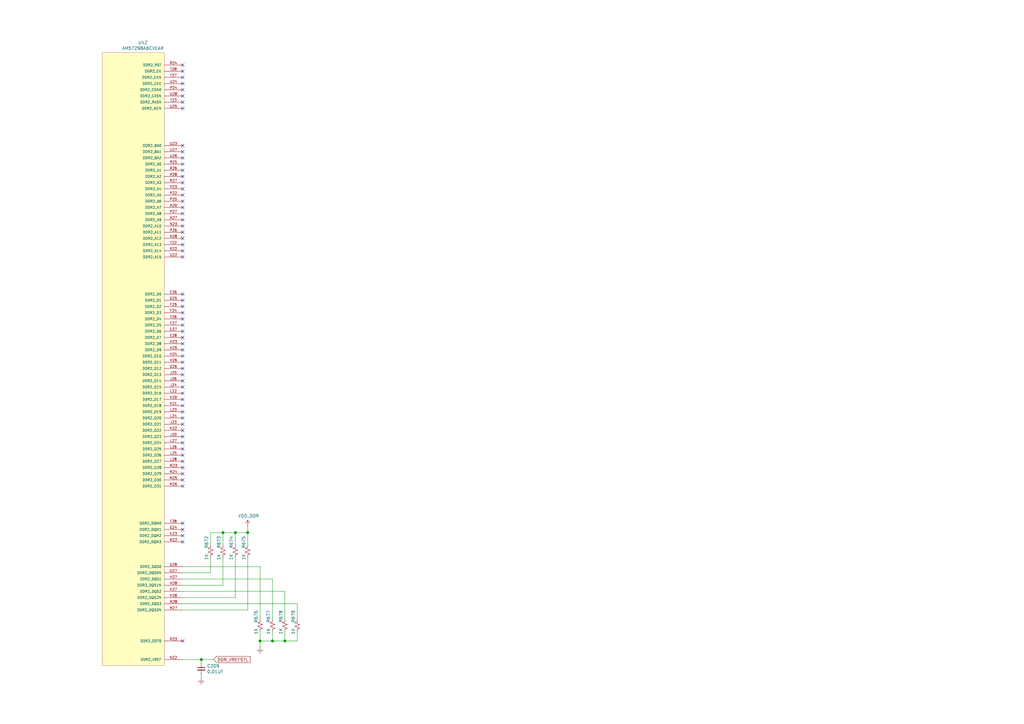
<source format=kicad_sch>
(kicad_sch (version 20210126) (generator eeschema)
  (paper "A3")
  (title_block (title "BeagleBone AI AM57x") (date "2021-01-15") (rev "Kicad-A1") (company "KiCad Services Corporation"))
  (lib_symbols
    (symbol "Device:C_Small" (pin_numbers hide) (pin_names (offset 0.254) hide)
      (property "Reference" "C" (at 0.254 1.778 0))
      (property "Value" "C_Small" (at 0.254 -2.032 0))
      (symbol "C_Small_1_1"
        (pin passive line (at 0 2.54 270) (length 2.032) (name "~") (number "1"))
        (pin passive line (at 0 -2.54 90) (length 2.032) (name "~") (number "2"))
      )
    )
    (symbol "Device:R_Small_US" (pin_numbers hide) (pin_names (offset 0.254) hide)
      (property "Reference" "R" (at 0.762 0.508 0))
      (property "Value" "R_Small_US" (at 0.762 -1.016 0))
      (symbol "R_Small_US_1_1"
        (pin passive line (at 0 2.54 270) (length 1.016) (name "~") (number "1"))
        (pin passive line (at 0 -2.54 90) (length 1.016) (name "~") (number "2"))
      )
    )
    (symbol "beaglebone-ai:AM5729BABCXEAR" (pin_names (offset 1.016))
      (property "Reference" "U" (at -19.05 44.45 0))
      (property "Value" "AM5729BABCXEAR" (at -6.35 44.45 0))
      (symbol "AM5729BABCXEAR_1_0"
        (pin passive line (at 20.32 26.67 180) (length 7.62) (name "XI_OSC0") (number "AE15"))
        (pin passive line (at 20.32 21.59 180) (length 7.62) (name "XO_OSC0") (number "AD15"))
        (pin power_in line (at 20.32 16.51 180) (length 7.62) (name "VSSA_OSC0") (number "AF15"))
        (pin passive line (at 20.32 8.89 180) (length 7.62) (name "XI_OSC1") (number "AC15"))
        (pin passive line (at 20.32 3.81 180) (length 7.62) (name "XO_OSC1") (number "AC13"))
        (pin power_in line (at 20.32 -1.27 180) (length 7.62) (name "VSSA_OSC1") (number "AC14"))
        (pin passive line (at 20.32 -8.89 180) (length 7.62) (name "PORZ") (number "F22"))
        (pin passive line (at 20.32 -16.51 180) (length 7.62) (name "RESETN") (number "E23"))
        (pin passive line (at 20.32 -21.59 180) (length 7.62) (name "RSTOUTN") (number "F23"))
        (pin passive line (at 20.32 -29.21 180) (length 7.62) (name "NMI_DSP") (number "D21"))
      )
      (symbol "AM5729BABCXEAR_2_0"
        (pin passive line (at 19.05 15.24 180) (length 7.62) (name "RTC_OSC_XI") (number "AE14"))
        (pin passive line (at 19.05 12.7 180) (length 7.62) (name "RTC_OSC_XO") (number "AD14"))
        (pin passive line (at 19.05 7.62 180) (length 7.62) (name "RTC_ISO") (number "AF14"))
        (pin passive line (at 19.05 2.54 180) (length 7.62) (name "RTC_PORZ") (number "AB17"))
        (pin passive line (at 19.05 -2.54 180) (length 7.62) (name "ON_OFF") (number "Y11"))
        (pin passive line (at 19.05 -7.62 180) (length 7.62) (name "WAKEUP0") (number "AD17"))
        (pin passive line (at 19.05 -10.16 180) (length 7.62) (name "WAKEUP1") (number "AC17"))
        (pin passive line (at 19.05 -12.7 180) (length 7.62) (name "WAKEUP2") (number "AB16"))
        (pin passive line (at 19.05 -15.24 180) (length 7.62) (name "WAKEUP3") (number "AC16"))
      )
      (symbol "AM5729BABCXEAR_3_0"
        (pin passive line (at 27.94 109.22 180) (length 7.62) (name "DDR1_RST") (number "AG21"))
        (pin passive line (at 27.94 101.6 180) (length 7.62) (name "DDR1_CK") (number "AG24"))
        (pin passive line (at 27.94 99.06 180) (length 7.62) (name "DDR1_CKN") (number "AH24"))
        (pin passive line (at 27.94 96.52 180) (length 7.62) (name "DDR1_CKE") (number "AG22"))
        (pin passive line (at 27.94 93.98 180) (length 7.62) (name "DDR1_CSN0") (number "AH23"))
        (pin passive line (at 27.94 91.44 180) (length 7.62) (name "DDR1_CASN") (number "AC18"))
        (pin passive line (at 27.94 88.9 180) (length 7.62) (name "DDR1_RASN") (number "AF20"))
        (pin passive line (at 27.94 86.36 180) (length 7.62) (name "DDR1_WEN") (number "AH21"))
        (pin passive line (at 27.94 76.2 180) (length 7.62) (name "DDR1_BA0") (number "AF17"))
        (pin passive line (at 27.94 73.66 180) (length 7.62) (name "DDR1_BA1") (number "AE18"))
        (pin passive line (at 27.94 71.12 180) (length 7.62) (name "DDR1_BA2") (number "AB18"))
        (pin passive line (at 27.94 -86.36 180) (length 7.62) (name "DDR1_DQS0") (number "AH25"))
        (pin passive line (at 27.94 -88.9 180) (length 7.62) (name "DDR1_DQS0N") (number "AG25"))
        (pin passive line (at 27.94 -91.44 180) (length 7.62) (name "DDR1_DQS1") (number "AE27"))
        (pin passive line (at 27.94 -93.98 180) (length 7.62) (name "DDR1_DQS1N") (number "AE28"))
        (pin passive line (at 27.94 -96.52 180) (length 7.62) (name "DDR1_DQS2") (number "AD27"))
        (pin passive line (at 27.94 -99.06 180) (length 7.62) (name "DDR1_DQS2N") (number "AD28"))
        (pin passive line (at 27.94 -101.6 180) (length 7.62) (name "DDR1_DQS3") (number "Y28"))
        (pin passive line (at 27.94 -104.14 180) (length 7.62) (name "DDR1_DQS3N") (number "Y27"))
        (pin passive line (at 27.94 -114.3 180) (length 7.62) (name "DDR1_ODT0") (number "AE20"))
        (pin passive line (at 27.94 68.58 180) (length 7.62) (name "DDR1_A0") (number "AD20"))
        (pin passive line (at 27.94 66.04 180) (length 7.62) (name "DDR1_A1") (number "AC19"))
        (pin passive line (at 27.94 63.5 180) (length 7.62) (name "DDR1_A2") (number "AC20"))
        (pin passive line (at 27.94 60.96 180) (length 7.62) (name "DDR1_A3") (number "AB19"))
        (pin passive line (at 27.94 58.42 180) (length 7.62) (name "DDR1_A4") (number "AF21"))
        (pin passive line (at 27.94 55.88 180) (length 7.62) (name "DDR1_A5") (number "AH22"))
        (pin passive line (at 27.94 53.34 180) (length 7.62) (name "DDR1_A6") (number "AG23"))
        (pin passive line (at 27.94 50.8 180) (length 7.62) (name "DDR1_A7") (number "AE21"))
        (pin passive line (at 27.94 48.26 180) (length 7.62) (name "DDR1_A8") (number "AF22"))
        (pin passive line (at 27.94 45.72 180) (length 7.62) (name "DDR1_A9") (number "AE22"))
        (pin passive line (at 27.94 43.18 180) (length 7.62) (name "DDR1_A10") (number "AD21"))
        (pin passive line (at 27.94 40.64 180) (length 7.62) (name "DDR1_A11") (number "AD22"))
        (pin passive line (at 27.94 38.1 180) (length 7.62) (name "DDR1_A12") (number "AC21"))
        (pin passive line (at 27.94 35.56 180) (length 7.62) (name "DDR1_A13") (number "AF18"))
        (pin passive line (at 27.94 33.02 180) (length 7.62) (name "DDR1_A14") (number "AE17"))
        (pin passive line (at 27.94 30.48 180) (length 7.62) (name "DDR1_A15") (number "AD18"))
        (pin passive line (at 27.94 20.32 180) (length 7.62) (name "DDR1_D0") (number "AF25"))
        (pin passive line (at 27.94 17.78 180) (length 7.62) (name "DDR1_D1") (number "AF26"))
        (pin passive line (at 27.94 15.24 180) (length 7.62) (name "DDR1_D2") (number "AG26"))
        (pin passive line (at 27.94 12.7 180) (length 7.62) (name "DDR1_D3") (number "AH26"))
        (pin passive line (at 27.94 10.16 180) (length 7.62) (name "DDR1_D4") (number "AF24"))
        (pin passive line (at 27.94 7.62 180) (length 7.62) (name "DDR1_D5") (number "AE24"))
        (pin passive line (at 27.94 5.08 180) (length 7.62) (name "DDR1_D6") (number "AF23"))
        (pin passive line (at 27.94 2.54 180) (length 7.62) (name "DDR1_D7") (number "AE23"))
        (pin passive line (at 27.94 0 180) (length 7.62) (name "DDR1_D8") (number "AC23"))
        (pin passive line (at 27.94 -2.54 180) (length 7.62) (name "DDR1_D9") (number "AF27"))
        (pin tri_state line (at 27.94 -5.08 180) (length 7.62) (name "DDR1_D10") (number "AG27"))
        (pin passive line (at 27.94 -7.62 180) (length 7.62) (name "DDR1_D11") (number "AF28"))
        (pin passive line (at 27.94 -10.16 180) (length 7.62) (name "DDR1_D12") (number "AE26"))
        (pin passive line (at 27.94 -12.7 180) (length 7.62) (name "DDR1_D13") (number "AC25"))
        (pin passive line (at 27.94 -15.24 180) (length 7.62) (name "DDR1_D14") (number "AC24"))
        (pin passive line (at 27.94 -17.78 180) (length 7.62) (name "DDR1_D15") (number "AD25"))
        (pin tri_state line (at 27.94 -20.32 180) (length 7.62) (name "DDR1_D16") (number "V20"))
        (pin passive line (at 27.94 -22.86 180) (length 7.62) (name "DDR1_D17") (number "W20"))
        (pin passive line (at 27.94 -25.4 180) (length 7.62) (name "DDR1_D18") (number "AB28"))
        (pin passive line (at 27.94 -27.94 180) (length 7.62) (name "DDR1_D19") (number "AC28"))
        (pin passive line (at 27.94 -30.48 180) (length 7.62) (name "DDR1_D20") (number "AC27"))
        (pin passive line (at 27.94 -33.02 180) (length 7.62) (name "DDR1_D21") (number "Y19"))
        (pin passive line (at 27.94 -35.56 180) (length 7.62) (name "DDR1_D22") (number "AB27"))
        (pin passive line (at 27.94 -38.1 180) (length 7.62) (name "DDR1_D23") (number "Y20"))
        (pin passive line (at 27.94 -40.64 180) (length 7.62) (name "DDR1_D24") (number "AA23"))
        (pin passive line (at 27.94 -43.18 180) (length 7.62) (name "DDR1_D25") (number "Y22"))
        (pin passive line (at 27.94 -45.72 180) (length 7.62) (name "DDR1_D26") (number "Y23"))
        (pin passive line (at 27.94 -48.26 180) (length 7.62) (name "DDR1_D27") (number "AA24"))
        (pin passive line (at 27.94 -50.8 180) (length 7.62) (name "DDR1_D28") (number "Y24"))
        (pin passive line (at 27.94 -53.34 180) (length 7.62) (name "DDR1_D29") (number "AA26"))
        (pin passive line (at 27.94 -55.88 180) (length 7.62) (name "DDR1_D30") (number "AA25"))
        (pin passive line (at 27.94 -58.42 180) (length 7.62) (name "DDR1_D31") (number "AA28"))
        (pin passive line (at 27.94 -68.58 180) (length 7.62) (name "DDR1_DQM0") (number "AD23"))
        (pin passive line (at 27.94 -71.12 180) (length 7.62) (name "DDR1_DQM1") (number "AB23"))
        (pin passive line (at 27.94 -73.66 180) (length 7.62) (name "DDR1_DQM2") (number "AC26"))
        (pin passive line (at 27.94 -76.2 180) (length 7.62) (name "DDR1_DQM3") (number "AA27"))
        (pin passive line (at 27.94 -121.92 180) (length 7.62) (name "DDR1_VREF") (number "Y18"))
        (pin passive line (at -25.4 -10.16 0) (length 7.62) (name "DDR1_ECC_DQSN") (number "V28"))
        (pin passive line (at -25.4 -7.62 0) (length 7.62) (name "DDR1_ECC_DQS") (number "V27"))
        (pin passive line (at -25.4 0 0) (length 7.62) (name "DDR1_ECC_DQM") (number "V26"))
        (pin passive line (at -25.4 7.62 0) (length 7.62) (name "DDR1_ECC_D7") (number "Y26"))
        (pin passive line (at -25.4 10.16 0) (length 7.62) (name "DDR1_ECC_D6") (number "V25"))
        (pin passive line (at -25.4 12.7 0) (length 7.62) (name "DDR1_ECC_D5") (number "V24"))
        (pin passive line (at -25.4 15.24 0) (length 7.62) (name "DDR1_ECC_D4") (number "Y25"))
        (pin passive line (at -25.4 17.78 0) (length 7.62) (name "DDR1_ECC_D3") (number "W23"))
        (pin passive line (at -25.4 20.32 0) (length 7.62) (name "DDR1_ECC_D2") (number "W19"))
        (pin passive line (at -25.4 22.86 0) (length 7.62) (name "DDR1_ECC_D1") (number "V23"))
        (pin passive line (at -25.4 25.4 0) (length 7.62) (name "DDR1_ECC_D0") (number "W22"))
      )
      (symbol "AM5729BABCXEAR_4_0"
        (pin passive line (at 25.4 8.89 180) (length 7.62) (name "GPMC_A18/QSPI1_SCLK") (number "R2"))
        (pin passive line (at 25.4 6.35 180) (length 7.62) (name "GPMC_A13/QSPI_RTCLK") (number "R3"))
        (pin passive line (at 25.4 3.81 180) (length 7.62) (name "GPMC_CS2/QSPI1_CS0") (number "P2"))
        (pin passive line (at 25.4 -3.81 180) (length 7.62) (name "GPMC_A16/QSPI1_D0") (number "U1"))
        (pin passive line (at 25.4 -6.35 180) (length 7.62) (name "GPMC_A17/QSPI1_D1") (number "P3"))
        (pin passive line (at 25.4 -8.89 180) (length 7.62) (name "GPMC_A15/QSPI_D2") (number "U2"))
        (pin passive line (at 25.4 -11.43 180) (length 7.62) (name "GPMC_A14/QSPI_D3") (number "T2"))
      )
      (symbol "AM5729BABCXEAR_5_0"
        (pin passive line (at 27.94 15.24 180) (length 7.62) (name "GPMC_A23/MMC2_CLK") (number "J7"))
        (pin passive line (at 27.94 12.7 180) (length 7.62) (name "GPMC_CS1/MMC2_CMD") (number "H6"))
        (pin passive line (at 27.94 5.08 180) (length 7.62) (name "GPMC_A24/MMC2_DAT0") (number "J4"))
        (pin passive line (at 27.94 2.54 180) (length 7.62) (name "GPMC_A25/MMC2_DAT1") (number "J6"))
        (pin passive line (at 27.94 0 180) (length 7.62) (name "GPMC_A26/MMC2_DAT2") (number "H4"))
        (pin passive line (at 27.94 -2.54 180) (length 7.62) (name "GPMC_A27/MMC2_DAT3") (number "H5"))
        (pin passive line (at 27.94 -5.08 180) (length 7.62) (name "GPMC_A19/MMC2_DAT4") (number "K7"))
        (pin passive line (at 27.94 -7.62 180) (length 7.62) (name "GPMC_A20/MMC2_DAT5") (number "M7"))
        (pin passive line (at 27.94 -10.16 180) (length 7.62) (name "GPMC_A21/MMC2_DAT6") (number "J5"))
        (pin passive line (at 27.94 -12.7 180) (length 7.62) (name "GPMC_A22/MMC2_DAT7") (number "K6"))
      )
      (symbol "AM5729BABCXEAR_6_0"
        (pin passive line (at 19.05 22.86 180) (length 7.62) (name "RGMII0_TXC") (number "W9"))
        (pin passive line (at 19.05 20.32 180) (length 7.62) (name "RGMII0_TXCTL") (number "V9"))
        (pin passive line (at 19.05 12.7 180) (length 7.62) (name "RGMII0_TXD0") (number "U6"))
        (pin passive line (at 19.05 10.16 180) (length 7.62) (name "RGMII0_TXD1") (number "V6"))
        (pin passive line (at 19.05 7.62 180) (length 7.62) (name "RGMII0_TXD2") (number "U7"))
        (pin passive line (at 19.05 5.08 180) (length 7.62) (name "RGMII0_TXD3") (number "V7"))
        (pin passive line (at 19.05 -2.54 180) (length 7.62) (name "RGMII0_RXC") (number "U5"))
        (pin passive line (at 19.05 -5.08 180) (length 7.62) (name "RGMII0_RXCTL") (number "V5"))
        (pin passive line (at 19.05 -12.7 180) (length 7.62) (name "RGMII0_RXD0") (number "W2"))
        (pin passive line (at 19.05 -15.24 180) (length 7.62) (name "RGMII0_RXD1") (number "Y2"))
        (pin passive line (at 19.05 -17.78 180) (length 7.62) (name "RGMII0_RXD2") (number "V3"))
        (pin passive line (at 19.05 -20.32 180) (length 7.62) (name "RGMII0_RXD3") (number "V4"))
        (pin passive line (at 19.05 -27.94 180) (length 7.62) (name "MDIO_MCLK") (number "V1"))
        (pin passive line (at 19.05 -30.48 180) (length 7.62) (name "MDIO_D") (number "U4"))
      )
      (symbol "AM5729BABCXEAR_7_0"
        (pin passive line (at 26.67 20.32 180) (length 7.62) (name "VIN2A_D12/RGMII1_TXC") (number "D5"))
        (pin passive line (at 26.67 17.78 180) (length 7.62) (name "VIN2A_D13/RGMII1_TXCTL") (number "C2"))
        (pin passive line (at 26.67 10.16 180) (length 7.62) (name "VIN2A_D17/RGMII1_TXD0") (number "D6"))
        (pin passive line (at 26.67 7.62 180) (length 7.62) (name "VIN2A_D16/RGMII1_TXD1") (number "B2"))
        (pin passive line (at 26.67 5.08 180) (length 7.62) (name "VIN2A_D15/RGMII1_TXD2") (number "C4"))
        (pin passive line (at 26.67 2.54 180) (length 7.62) (name "VIN2A_D14/RGMII1_TXD3") (number "C3"))
        (pin passive line (at 26.67 -5.08 180) (length 7.62) (name "VIN2A_D18/RGMII1_RXC") (number "C5"))
        (pin passive line (at 26.67 -7.62 180) (length 7.62) (name "VIN2A_D19/RGMII1_RXCTL") (number "A3"))
        (pin passive line (at 26.67 -15.24 180) (length 7.62) (name "VIN2A_D23/RGMII1_RXD0") (number "A4"))
        (pin passive line (at 26.67 -17.78 180) (length 7.62) (name "VIN2A_D22/RGMII1_RXD1") (number "B5"))
        (pin passive line (at 26.67 -20.32 180) (length 7.62) (name "VIN2A_D21/RGMII1_RXD2") (number "B4"))
        (pin passive line (at 26.67 -22.86 180) (length 7.62) (name "VIN2A_D20/RGMII1_RXD3") (number "B3"))
      )
      (symbol "AM5729BABCXEAR_8_0"
        (pin passive line (at 27.94 17.78 180) (length 7.62) (name "HDMI1_CLOCKX") (number "AG16"))
        (pin passive line (at 27.94 15.24 180) (length 7.62) (name "HDMI1_CLOCKY") (number "AH16"))
        (pin passive line (at 27.94 7.62 180) (length 7.62) (name "HDMI1_DATA0X") (number "AG17"))
        (pin passive line (at 27.94 5.08 180) (length 7.62) (name "HDMI1_DATA0Y") (number "AH17"))
        (pin passive line (at 27.94 2.54 180) (length 7.62) (name "HDMI1_DATA1X") (number "AG18"))
        (pin passive line (at 27.94 0 180) (length 7.62) (name "HDMI1_DATA1Y") (number "AH18"))
        (pin passive line (at 27.94 -2.54 180) (length 7.62) (name "HDMI1_DATA2X") (number "AG19"))
        (pin passive line (at 27.94 -5.08 180) (length 7.62) (name "HDMI1_DATA2Y") (number "AH19"))
        (pin passive line (at 27.94 -12.7 180) (length 7.62) (name "I2C2_SCL/HDMI1_DDC_SDA") (number "C25"))
        (pin passive line (at 27.94 -15.24 180) (length 7.62) (name "I2C2_SDA/HDMI1_DDC_SCL") (number "F17"))
        (pin passive line (at 27.94 -22.86 180) (length 7.62) (name "SPI1_CS2/HDMI_HPD") (number "B21"))
        (pin passive line (at 27.94 -25.4 180) (length 7.62) (name "SPI1_CS3/HDMI_CEC") (number "B20"))
      )
      (symbol "AM5729BABCXEAR_9_0"
        (pin passive line (at 26.67 1.27 180) (length 7.62) (name "UART2_RTSN/UART3_TXD") (number "C28"))
        (pin passive line (at 26.67 -1.27 180) (length 7.62) (name "UART2_CTSN/UART3_RXD") (number "D27"))
      )
      (symbol "AM5729BABCXEAR_10_0"
        (pin passive line (at 27.94 8.89 180) (length 7.62) (name "VIN2A_D1/PR1_UART0_TXD") (number "F3"))
        (pin passive line (at 27.94 6.35 180) (length 7.62) (name "VIN2A_D0/PR1_UART0_RXD") (number "F2"))
        (pin passive line (at 27.94 -3.81 180) (length 7.62) (name "VIN2A_D5/PR1_PRU1_R30_2") (number "F4"))
        (pin passive line (at 27.94 -13.97 180) (length 7.62) (name "RMII50MHZCLK/PR2_GPIO") (number "U3"))
      )
      (symbol "AM5729BABCXEAR_11_0"
        (pin passive line (at 30.48 1.27 180) (length 7.62) (name "UART3_TXD/PR1_MII0_MR0CLK") (number "Y1"))
        (pin passive line (at 30.48 -1.27 180) (length 7.62) (name "UART3_RXD/PR1_MII0_RXDV") (number "V2"))
      )
      (symbol "AM5729BABCXEAR_12_0"
        (pin passive line (at 30.48 11.43 180) (length 7.62) (name "VIN2A_D6/PR1_MII_MT1_CLK") (number "C1"))
        (pin passive line (at 30.48 8.89 180) (length 7.62) (name "VIN2A_D7/PR1_MII1_TXEN") (number "E4"))
        (pin passive line (at 30.48 1.27 180) (length 7.62) (name "VIN2A_D9/PR1_MII1_TXD2") (number "E6"))
        (pin passive line (at 30.48 -1.27 180) (length 7.62) (name "VIN2A_D8/PR1_MII1_TXD3") (number "F5"))
        (pin passive line (at 30.48 -8.89 180) (length 7.62) (name "VIN2A_D10/PR1_MDIO_MDCLK") (number "D3"))
        (pin passive line (at 30.48 -11.43 180) (length 7.62) (name "VIN2A_D11/PR1_MDIO_DATA") (number "F6"))
      )
      (symbol "AM5729BABCXEAR_13_0"
        (pin passive line (at 33.02 27.94 180) (length 7.62) (name "MCASP1_AXR1/PR2_MII_MT0_CLK") (number "F12"))
        (pin passive line (at 33.02 25.4 180) (length 7.62) (name "MCASP1_AXR8/PR2_MII0_TXEN") (number "B12"))
        (pin passive line (at 33.02 17.78 180) (length 7.62) (name "MCASP1_AXR12/PR2_MII0_TXD0") (number "E14"))
        (pin passive line (at 33.02 15.24 180) (length 7.62) (name "MCASP1_AXR11/PR2_MII0_TXD1") (number "A12"))
        (pin passive line (at 33.02 12.7 180) (length 7.62) (name "MCASP1_AXR10/PR2_MII0_TXD2") (number "B13"))
        (pin passive line (at 33.02 10.16 180) (length 7.62) (name "MCASP1_AXR9/PR2_MII0_TXD3") (number "A11"))
        (pin passive line (at 33.02 2.54 180) (length 7.62) (name "MCASP1_AXR13/PR2_MII_MR0_CLK") (number "A13"))
        (pin passive line (at 33.02 0 180) (length 7.62) (name "MCASP1_AXR14/PR2_MII0_RXDV") (number "G14"))
        (pin passive line (at 33.02 -2.54 180) (length 7.62) (name "MCASP1_AXR0/PR2_MII0_RXER") (number "G12"))
        (pin passive line (at 33.02 -10.16 180) (length 7.62) (name "MCASP2_AXR2/PR2_MII0_RXD0") (number "C15"))
        (pin passive line (at 33.02 -12.7 180) (length 7.62) (name "MCASP2_FSX/PR2_MII0_RXD1") (number "A18"))
        (pin passive line (at 33.02 -15.24 180) (length 7.62) (name "MCASP2_ACLKX/PR2_MII0_RXD2") (number "A19"))
        (pin passive line (at 33.02 -17.78 180) (length 7.62) (name "MCASP1_AXR15/PR2_MII0_RXD3") (number "F14"))
        (pin passive line (at 33.02 -25.4 180) (length 7.62) (name "MCASP3_ACLKX/PR2_MII0_CRS") (number "B18"))
        (pin passive line (at 33.02 -27.94 180) (length 7.62) (name "MCASP3_FSX/PR2_MII0_COL") (number "F15"))
        (pin passive line (at 33.02 -30.48 180) (length 7.62) (name "MCASP2_AXR3/PR2_MII0_RXLINK") (number "A16"))
        (pin passive line (at 33.02 -38.1 180) (length 7.62) (name "MCASP1_ACLKX/PR2_MDIO_MDCLK") (number "C14"))
        (pin passive line (at 33.02 -40.64 180) (length 7.62) (name "MCASP1_FSX/PR2_MDIO_DATA") (number "D14"))
      )
      (symbol "AM5729BABCXEAR_14_0"
        (pin passive line (at 31.75 25.4 180) (length 7.62) (name "GPIO6_10/PR2_MII_MT1_CLK") (number "AC5"))
        (pin passive line (at 31.75 22.86 180) (length 7.62) (name "GPIO6_11/PR2_MII1_TXEN") (number "AB4"))
        (pin passive line (at 31.75 15.24 180) (length 7.62) (name "MMC3_DAT1/PR2_MII1_TXD0") (number "AC6"))
        (pin passive line (at 31.75 12.7 180) (length 7.62) (name "MMC3_DAT0/PR2_MII1_TXD1") (number "AC7"))
        (pin passive line (at 31.75 10.16 180) (length 7.62) (name "MMC3_CMD/PR2_MII1_TXD2") (number "AC4"))
        (pin passive line (at 31.75 7.62 180) (length 7.62) (name "MMC3_CLK/PR2_MII1_TXD3") (number "AD4"))
        (pin passive line (at 31.75 0 180) (length 7.62) (name "MMC3_DAT2/PR2_MII_MR1_CLK") (number "AC9"))
        (pin passive line (at 31.75 -2.54 180) (length 7.62) (name "MMC3_DAT3/PR2_MII1_RXDV") (number "AC3"))
        (pin passive line (at 31.75 -5.08 180) (length 7.62) (name "MCASP3_AXR0/PR2_MII1_RXER") (number "B19"))
        (pin passive line (at 31.75 -12.7 180) (length 7.62) (name "MMC3_DAT7/PR2_MII1_RXD0") (number "AB5"))
        (pin passive line (at 31.75 -15.24 180) (length 7.62) (name "MMC3_DAT6/PR2_MII1_RXD1") (number "AB8"))
        (pin passive line (at 31.75 -17.78 180) (length 7.62) (name "MMC3_DAT5/PR2_MII1_RXD2") (number "AD6"))
        (pin passive line (at 31.75 -20.32 180) (length 7.62) (name "MMC3_DAT4/PR2_MII1_RXD3") (number "AC8"))
        (pin passive line (at 31.75 -27.94 180) (length 7.62) (name "XREF_CLK1/PR2_MII1_CRS") (number "E17"))
        (pin passive line (at 31.75 -30.48 180) (length 7.62) (name "XREF_CLK0/PR2_MII1_COL") (number "D18"))
        (pin passive line (at 31.75 -33.02 180) (length 7.62) (name "MCASP3_AXR1/PR2_MII1_RXLINK") (number "C17"))
      )
      (symbol "AM5729BABCXEAR_15_0"
        (pin passive line (at 19.05 12.7 180) (length 7.62) (name "MMC1_CLK") (number "W6"))
        (pin passive line (at 19.05 10.16 180) (length 7.62) (name "MMC1_CMD") (number "Y6"))
        (pin passive line (at 19.05 5.08 180) (length 7.62) (name "MMC1_DAT0") (number "AA6"))
        (pin passive line (at 19.05 2.54 180) (length 7.62) (name "MMC1_DAT1") (number "Y4"))
        (pin passive line (at 19.05 0 180) (length 7.62) (name "MMC1_DAT2") (number "AA5"))
        (pin passive line (at 19.05 -2.54 180) (length 7.62) (name "MMC1_DAT3") (number "Y3"))
        (pin passive line (at 19.05 -7.62 180) (length 7.62) (name "MMC1_SDCD") (number "W7"))
        (pin passive line (at 19.05 -12.7 180) (length 7.62) (name "MMC1_SDWP") (number "Y9"))
      )
      (symbol "AM5729BABCXEAR_16_0"
        (pin passive line (at 20.32 7.62 180) (length 7.62) (name "LJCB_CLKP") (number "AG15"))
        (pin passive line (at 20.32 5.08 180) (length 7.62) (name "LJCB_CLKN") (number "AH15"))
        (pin passive line (at 20.32 0 180) (length 7.62) (name "PCIE_TXP0") (number "AH14"))
        (pin passive line (at 20.32 -2.54 180) (length 7.62) (name "PCIE_TXN0") (number "AG14"))
        (pin passive line (at 20.32 -7.62 180) (length 7.62) (name "PCIE_RXP0") (number "AH13"))
        (pin passive line (at 20.32 -10.16 180) (length 7.62) (name "PCIE_RXN0") (number "AG13"))
      )
      (symbol "AM5729BABCXEAR_17_0"
        (pin passive line (at 19.05 10.16 180) (length 7.62) (name "USB1_DP") (number "AD12"))
        (pin passive line (at 19.05 7.62 180) (length 7.62) (name "USB1_DM") (number "AC12"))
        (pin passive line (at 19.05 2.54 180) (length 7.62) (name "USB1_DRVVBUS") (number "AB10"))
        (pin passive line (at 19.05 -2.54 180) (length 7.62) (name "USB_RXN0") (number "AF12"))
        (pin passive line (at 19.05 -5.08 180) (length 7.62) (name "USB_RXP0") (number "AE12"))
        (pin passive line (at 19.05 -10.16 180) (length 7.62) (name "USB_TXN0") (number "AC11"))
        (pin passive line (at 19.05 -12.7 180) (length 7.62) (name "USB_TXP0") (number "AD11"))
      )
      (symbol "AM5729BABCXEAR_18_0"
        (pin passive line (at 19.05 1.27 180) (length 7.62) (name "I2C1_SCL") (number "C20"))
        (pin passive line (at 19.05 -1.27 180) (length 7.62) (name "I2C1_SDA") (number "C21"))
      )
      (symbol "AM5729BABCXEAR_19_0"
        (pin passive line (at 15.24 10.16 180) (length 7.62) (name "TCK") (number "E20"))
        (pin passive line (at 15.24 7.62 180) (length 7.62) (name "RTCK") (number "E18"))
        (pin passive line (at 15.24 5.08 180) (length 7.62) (name "TMS") (number "F18"))
        (pin passive line (at 15.24 0 180) (length 7.62) (name "TDI") (number "D23"))
        (pin passive line (at 15.24 -2.54 180) (length 7.62) (name "TDO") (number "F19"))
        (pin passive line (at 15.24 -7.62 180) (length 7.62) (name "TRSTN") (number "D20"))
        (pin passive line (at 15.24 -12.7 180) (length 7.62) (name "EMU0") (number "G21"))
        (pin passive line (at 15.24 -15.24 180) (length 7.62) (name "EMU1") (number "D24"))
      )
      (symbol "AM5729BABCXEAR_20_0"
        (pin passive line (at 25.4 40.64 180) (length 7.62) (name "VOUT1_CLK") (number "D11"))
        (pin passive line (at 25.4 33.02 180) (length 7.62) (name "VOUT1_VSYNC") (number "E11"))
        (pin passive line (at 25.4 30.48 180) (length 7.62) (name "VOUT1_HSYNC") (number "C11"))
        (pin passive line (at 25.4 27.94 180) (length 7.62) (name "VOUT1_DE") (number "B10"))
        (pin passive line (at 25.4 20.32 180) (length 7.62) (name "VOUT1_D0") (number "F11"))
        (pin passive line (at 25.4 17.78 180) (length 7.62) (name "VOUT1_D1") (number "G10"))
        (pin passive line (at 25.4 15.24 180) (length 7.62) (name "VOUT1_D2") (number "F10"))
        (pin passive line (at 25.4 12.7 180) (length 7.62) (name "VOUT1_D3") (number "G11"))
        (pin passive line (at 25.4 10.16 180) (length 7.62) (name "VOUT1_D4") (number "E9"))
        (pin passive line (at 25.4 7.62 180) (length 7.62) (name "VOUT1_D5") (number "F9"))
        (pin passive line (at 25.4 5.08 180) (length 7.62) (name "VOUT1_D6") (number "F8"))
        (pin passive line (at 25.4 2.54 180) (length 7.62) (name "VOUT1_D7") (number "E7"))
        (pin passive line (at 25.4 0 180) (length 7.62) (name "VOUT1_D8") (number "E8"))
        (pin passive line (at 25.4 -2.54 180) (length 7.62) (name "VOUT1_D9") (number "D9"))
        (pin passive line (at 25.4 -5.08 180) (length 7.62) (name "VOUT1_D10") (number "D7"))
        (pin passive line (at 25.4 -7.62 180) (length 7.62) (name "VOUT1_D11") (number "D8"))
        (pin passive line (at 25.4 -10.16 180) (length 7.62) (name "VOUT1_D12") (number "A5"))
        (pin passive line (at 25.4 -12.7 180) (length 7.62) (name "VOUT1_D13") (number "C6"))
        (pin passive line (at 25.4 -15.24 180) (length 7.62) (name "VOUT1_D14") (number "C8"))
        (pin passive line (at 25.4 -17.78 180) (length 7.62) (name "VOUT1_D15") (number "C7"))
        (pin passive line (at 25.4 -20.32 180) (length 7.62) (name "VOUT1_D16") (number "B7"))
        (pin passive line (at 25.4 -22.86 180) (length 7.62) (name "VOUT1_D17") (number "B8"))
        (pin passive line (at 25.4 -25.4 180) (length 7.62) (name "VOUT1_D18") (number "A7"))
        (pin passive line (at 25.4 -27.94 180) (length 7.62) (name "VOUT1_D19") (number "A8"))
        (pin passive line (at 25.4 -30.48 180) (length 7.62) (name "VOUT1_D20") (number "C9"))
        (pin passive line (at 25.4 -33.02 180) (length 7.62) (name "VOUT1_D21") (number "A9"))
        (pin passive line (at 25.4 -35.56 180) (length 7.62) (name "VOUT1_D22") (number "B9"))
        (pin passive line (at 25.4 -38.1 180) (length 7.62) (name "VOUT1_D23") (number "A10"))
        (pin passive line (at 25.4 -45.72 180) (length 7.62) (name "VIN2A_D2/ECAP1_IN_PWM1") (number "D1"))
      )
      (symbol "AM5729BABCXEAR_21_0"
        (pin passive line (at 27.94 6.35 180) (length 7.62) (name "MCASP4_ACLKX/SPI3_SCLK") (number "C18"))
        (pin passive line (at 27.94 1.27 180) (length 7.62) (name "VIN1A_D15/GPIO") (number "AF4"))
        (pin passive line (at 27.94 -1.27 180) (length 7.62) (name "MCASP4_FSX/SPI3_D1") (number "A21"))
        (pin passive line (at 27.94 -6.35 180) (length 7.62) (name "MCASP4_AXR1/SPI3_CS0") (number "D17"))
      )
      (symbol "AM5729BABCXEAR_22_0"
        (pin passive line (at 33.02 87.63 180) (length 7.62) (name "GPMC_AD0/GPIO") (number "M6"))
        (pin passive line (at 33.02 85.09 180) (length 7.62) (name "GPMC_AD1/GPIO") (number "M2"))
        (pin passive line (at 33.02 82.55 180) (length 7.62) (name "GPMC_AD2/GPIO") (number "L5"))
        (pin passive line (at 33.02 80.01 180) (length 7.62) (name "GPMC_AD3/GPIO") (number "M1"))
        (pin passive line (at 33.02 77.47 180) (length 7.62) (name "GPMC_AD4/GPIO") (number "L6"))
        (pin passive line (at 33.02 74.93 180) (length 7.62) (name "GPMC_AD5/GPIO") (number "L4"))
        (pin passive line (at 33.02 72.39 180) (length 7.62) (name "GPMC_AD6/GPIO") (number "L3"))
        (pin passive line (at 33.02 69.85 180) (length 7.62) (name "GPMC_AD7/GPIO") (number "L2"))
        (pin passive line (at 33.02 67.31 180) (length 7.62) (name "GPMC_AD8") (number "L1"))
        (pin passive line (at 33.02 64.77 180) (length 7.62) (name "GPMC_AD9") (number "K2"))
        (pin passive line (at 33.02 62.23 180) (length 7.62) (name "GPMC_AD10") (number "J1"))
        (pin passive line (at 33.02 59.69 180) (length 7.62) (name "GPMC_AD11") (number "J2"))
        (pin passive line (at 33.02 57.15 180) (length 7.62) (name "GPMC_AD12") (number "H1"))
        (pin passive line (at 33.02 54.61 180) (length 7.62) (name "GPMC_AD13") (number "J3"))
        (pin passive line (at 33.02 52.07 180) (length 7.62) (name "GPMC_AD14") (number "H2"))
        (pin passive line (at 33.02 49.53 180) (length 7.62) (name "GPMC_AD15") (number "H3"))
        (pin passive line (at 33.02 39.37 180) (length 7.62) (name "GPMC_CS0") (number "T1"))
        (pin passive line (at 33.02 36.83 180) (length 7.62) (name "GPMC_CS3/GPIO") (number "P1"))
        (pin passive line (at 33.02 34.29 180) (length 7.62) (name "GPMC_CLK") (number "P7"))
        (pin passive line (at 33.02 31.75 180) (length 7.62) (name "GPMC_ADVN_ALE") (number "N1"))
        (pin passive line (at 33.02 29.21 180) (length 7.62) (name "GPMC_OEN_REN") (number "M5"))
        (pin passive line (at 33.02 26.67 180) (length 7.62) (name "GPMC_WEN") (number "M3"))
        (pin passive line (at 33.02 24.13 180) (length 7.62) (name "GPMC_BEN0") (number "N6"))
        (pin passive line (at 33.02 21.59 180) (length 7.62) (name "GPMC_BEN1") (number "M4"))
        (pin passive line (at 33.02 19.05 180) (length 7.62) (name "GPMC_WAIT0") (number "N2"))
        (pin passive line (at 33.02 6.35 180) (length 7.62) (name "MCASP1_ACLKR") (number "B14"))
        (pin passive line (at 33.02 3.81 180) (length 7.62) (name "MCASP1_FSR") (number "J14"))
        (pin passive line (at 33.02 1.27 180) (length 7.62) (name "MCASP1_AXR2") (number "G13"))
        (pin passive line (at 33.02 -1.27 180) (length 7.62) (name "MCASP1_AXR3") (number "J11"))
        (pin passive line (at 33.02 -3.81 180) (length 7.62) (name "MCASP1_AXR4") (number "E12"))
        (pin passive line (at 33.02 -6.35 180) (length 7.62) (name "MCASP1_AXR5") (number "F13"))
        (pin passive line (at 33.02 -8.89 180) (length 7.62) (name "MCASP1_AXR6") (number "C12"))
        (pin passive line (at 33.02 -11.43 180) (length 7.62) (name "MCASP1_AXR7") (number "D12"))
        (pin passive line (at 33.02 -24.13 180) (length 7.62) (name "MCASP2_ACLKR") (number "E15"))
        (pin passive line (at 33.02 -26.67 180) (length 7.62) (name "MCASP2_FSR") (number "A20"))
        (pin passive line (at 33.02 -29.21 180) (length 7.62) (name "MCASP2_AXR0") (number "B15"))
        (pin passive line (at 33.02 -31.75 180) (length 7.62) (name "MCASP2_AXR1") (number "A15"))
        (pin passive line (at 33.02 -34.29 180) (length 7.62) (name "MCASP2_AXR4") (number "D15"))
        (pin passive line (at 33.02 -36.83 180) (length 7.62) (name "MCASP2_AXR5") (number "B16"))
        (pin passive line (at 33.02 -39.37 180) (length 7.62) (name "MCASP2_AXR6") (number "B17"))
        (pin passive line (at 33.02 -41.91 180) (length 7.62) (name "MCASP2_AXR7") (number "A17"))
        (pin passive line (at 33.02 -44.45 180) (length 7.62) (name "MCASP5_AXR0/GPIO") (number "AB3"))
        (pin passive line (at 33.02 -46.99 180) (length 7.62) (name "MCASP5_AXR1/GPIO") (number "AA4"))
        (pin passive line (at 33.02 -49.53 180) (length 7.62) (name "PCIE_TXP1") (number "AH12"))
        (pin passive line (at 33.02 -52.07 180) (length 7.62) (name "PCIE_TXN1") (number "AG12"))
        (pin passive line (at 33.02 -54.61 180) (length 7.62) (name "PCIE_RXP1") (number "AH11"))
        (pin passive line (at 33.02 -57.15 180) (length 7.62) (name "PCIE_RXN1") (number "AG11"))
        (pin passive line (at 33.02 -59.69 180) (length 7.62) (name "GPIO6_14") (number "E21"))
        (pin passive line (at 33.02 -62.23 180) (length 7.62) (name "GPIO6_15") (number "F20"))
        (pin passive line (at 33.02 -64.77 180) (length 7.62) (name "GPIO6_16") (number "F21"))
        (pin passive line (at 33.02 -74.93 180) (length 7.62) (name "XREF_CLK2") (number "B26"))
        (pin passive line (at 33.02 -82.55 180) (length 7.62) (name "SPI1_SCLK") (number "A25"))
        (pin passive line (at 33.02 -85.09 180) (length 7.62) (name "SPI1_D0") (number "B25"))
        (pin passive line (at 33.02 -87.63 180) (length 7.62) (name "SPI1_D1") (number "F16"))
        (pin passive line (at 33.02 -90.17 180) (length 7.62) (name "SPI1_CS0") (number "A24"))
        (pin passive line (at 33.02 -92.71 180) (length 7.62) (name "SPI1_CS1") (number "A22"))
        (pin passive line (at -35.56 -92.71 0) (length 7.62) (name "UART1_CTSN/GPIO") (number "E25"))
        (pin passive line (at -35.56 -90.17 0) (length 7.62) (name "UART1_RTSN/GPIO") (number "C27"))
        (pin passive line (at -35.56 -87.63 0) (length 7.62) (name "UART1_RXD/GPIO") (number "B27"))
        (pin passive line (at -35.56 -85.09 0) (length 7.62) (name "UART1_TXD/GPIO") (number "C26"))
        (pin passive line (at -35.56 -74.93 0) (length 7.62) (name "VIN1B_CLK1") (number "AH7"))
        (pin passive line (at -35.56 -72.39 0) (length 7.62) (name "MCASP4_AXR0/SPI3_D0") (number "G16"))
        (pin passive line (at -35.56 -62.23 0) (length 7.62) (name "VIN2A_D4") (number "D2"))
        (pin passive line (at -35.56 -59.69 0) (length 7.62) (name "VIN2A_D3") (number "E2"))
        (pin passive line (at -35.56 -46.99 0) (length 7.62) (name "VIN2A_VSYNC0") (number "G6"))
        (pin passive line (at -35.56 -44.45 0) (length 7.62) (name "VIN2A_HSYNC0") (number "G1"))
        (pin passive line (at -35.56 -41.91 0) (length 7.62) (name "VIN2A_FLD0") (number "H7"))
        (pin passive line (at -35.56 -39.37 0) (length 7.62) (name "VIN2A_DE0") (number "G2"))
        (pin passive line (at -35.56 -36.83 0) (length 7.62) (name "VIN2A_CLK0") (number "E1"))
        (pin passive line (at -35.56 -24.13 0) (length 7.62) (name "VOUT1_FLD") (number "B11"))
        (pin passive line (at -35.56 -21.59 0) (length 7.62) (name "VIN1A_FLD0") (number "AF9"))
        (pin passive line (at -35.56 -19.05 0) (length 7.62) (name "VIN1A_DE0") (number "AD9"))
        (pin passive line (at -35.56 -16.51 0) (length 7.62) (name "VIN1A_VSYNC0") (number "AF8"))
        (pin passive line (at -35.56 -13.97 0) (length 7.62) (name "VIN1A_HSYNC0") (number "AE9"))
        (pin passive line (at -35.56 -11.43 0) (length 7.62) (name "VIN1A_CLK0") (number "AG8"))
        (pin passive line (at -35.56 8.89 0) (length 7.62) (name "VIN1A_D23") (number "AD3"))
        (pin passive line (at -35.56 11.43 0) (length 7.62) (name "VIN1A_D22") (number "AD2"))
        (pin passive line (at -35.56 13.97 0) (length 7.62) (name "VIN1A_D21") (number "AE6"))
        (pin passive line (at -35.56 16.51 0) (length 7.62) (name "VIN1A_D20") (number "AE2"))
        (pin passive line (at -35.56 19.05 0) (length 7.62) (name "VIN1A_D19") (number "AE1"))
        (pin passive line (at -35.56 21.59 0) (length 7.62) (name "VIN1A_D18") (number "AE5"))
        (pin passive line (at -35.56 24.13 0) (length 7.62) (name "VIN1A_D17") (number "AE3"))
        (pin passive line (at -35.56 26.67 0) (length 7.62) (name "VIN1A_D16") (number "AF1"))
        (pin passive line (at -35.56 29.21 0) (length 7.62) (name "VIN1A_D14") (number "AF3"))
        (pin passive line (at -35.56 31.75 0) (length 7.62) (name "VIN1A_D13") (number "AF6"))
        (pin passive line (at -35.56 34.29 0) (length 7.62) (name "VIN1A_D11") (number "AG5"))
        (pin passive line (at -35.56 36.83 0) (length 7.62) (name "VIN1A_D10") (number "AG3"))
        (pin passive line (at -35.56 39.37 0) (length 7.62) (name "VIN1A_D9") (number "AG2"))
        (pin passive line (at -35.56 41.91 0) (length 7.62) (name "VIN1A_D8") (number "AG4"))
        (pin passive line (at -35.56 44.45 0) (length 7.62) (name "VIN1A_D7") (number "AH4"))
        (pin passive line (at -35.56 46.99 0) (length 7.62) (name "VIN1A_D6") (number "AG6"))
        (pin passive line (at -35.56 49.53 0) (length 7.62) (name "VIN1A_D5") (number "AH5"))
        (pin passive line (at -35.56 52.07 0) (length 7.62) (name "VIN1A_D4") (number "AH3"))
        (pin passive line (at -35.56 54.61 0) (length 7.62) (name "VIN1A_D3") (number "AH6"))
        (pin passive line (at -35.56 57.15 0) (length 7.62) (name "VIN1A_D2") (number "AG7"))
        (pin passive line (at -35.56 59.69 0) (length 7.62) (name "VIN1A_D1") (number "AD8"))
        (pin passive line (at -35.56 62.23 0) (length 7.62) (name "VIN1A_D0") (number "AE8"))
        (pin passive line (at -35.56 64.77 0) (length 7.62) (name "SATA1_TXN0") (number "AG10"))
        (pin passive line (at -35.56 67.31 0) (length 7.62) (name "SATA1_TXP0") (number "AH10"))
        (pin passive line (at -35.56 69.85 0) (length 7.62) (name "SATA1_RXN0") (number "AH9"))
        (pin passive line (at -35.56 72.39 0) (length 7.62) (name "SATA1_RXP0") (number "AG9"))
        (pin passive line (at -35.56 74.93 0) (length 7.62) (name "MLBP_CLK_N") (number "AB2"))
        (pin passive line (at -35.56 77.47 0) (length 7.62) (name "MLBP_CLK_P") (number "AB1"))
        (pin passive line (at -35.56 80.01 0) (length 7.62) (name "MLBP_DAT_N") (number "AA2"))
        (pin passive line (at -35.56 82.55 0) (length 7.62) (name "MLBP_DAT_P") (number "AA1"))
        (pin passive line (at -35.56 85.09 0) (length 7.62) (name "MLBP_SIG_N") (number "AC2"))
        (pin passive line (at -35.56 87.63 0) (length 7.62) (name "MLBP_SIG_P") (number "AC1"))
      )
      (symbol "AM5729BABCXEAR_23_0"
        (pin passive line (at 20.32 1.27 180) (length 7.62) (name "DCAN1_TX") (number "G20"))
        (pin passive line (at 20.32 -1.27 180) (length 7.62) (name "DCAN1_RX") (number "G19"))
      )
      (symbol "AM5729BABCXEAR_24_0"
        (pin passive line (at 26.67 22.86 180) (length 7.62) (name "GPMC_A10/VIN4B_CLK1") (number "N9"))
        (pin passive line (at 26.67 15.24 180) (length 7.62) (name "GPMC_A9/VIN4B_VSYNC1_N7") (number "R4"))
        (pin passive line (at 26.67 12.7 180) (length 7.62) (name "GPMC_A8/VIN4B_HSYNC1") (number "N7"))
        (pin passive line (at 26.67 10.16 180) (length 7.62) (name "GPMC_A11/VIN4B_DE1") (number "P9"))
        (pin passive line (at 26.67 7.62 180) (length 7.62) (name "GPMC_A12/VIN4B_FLD1") (number "P4"))
        (pin passive line (at 26.67 0 180) (length 7.62) (name "GPMC_A0/VIN4B_D0") (number "R6"))
        (pin passive line (at 26.67 -2.54 180) (length 7.62) (name "GPMC_A1/VIN4B_D1") (number "T9"))
        (pin passive line (at 26.67 -5.08 180) (length 7.62) (name "GPMC_A2/VIN4B_D2") (number "T6"))
        (pin passive line (at 26.67 -7.62 180) (length 7.62) (name "GPMC_A3/VIN4B_D3") (number "T7"))
        (pin passive line (at 26.67 -10.16 180) (length 7.62) (name "GPMC_A4/VIN4B_D4") (number "P6"))
        (pin passive line (at 26.67 -12.7 180) (length 7.62) (name "GPMC_A5/VIN4B_D5") (number "R9"))
        (pin passive line (at 26.67 -15.24 180) (length 7.62) (name "GPMC_A6/VIN4B_D6") (number "R5"))
        (pin passive line (at 26.67 -17.78 180) (length 7.62) (name "GPMC_A7/VIN4B_D7") (number "P5"))
        (pin passive line (at 26.67 -25.4 180) (length 7.62) (name "XREF_CLK3/CLKOUT3") (number "C23"))
      )
      (symbol "AM5729BABCXEAR_25_0"
        (pin power_in line (at -80.01 158.75 270) (length 7.62) (name "VDD@1") (number "H13"))
        (pin power_in line (at -77.47 158.75 270) (length 7.62) (name "VDD@2") (number "H14"))
        (pin power_in line (at -74.93 158.75 270) (length 7.62) (name "VDD@3") (number "J17"))
        (pin power_in line (at -72.39 158.75 270) (length 7.62) (name "VDD@4") (number "J18"))
        (pin power_in line (at -69.85 158.75 270) (length 7.62) (name "VDD@5") (number "L7"))
        (pin power_in line (at -67.31 158.75 270) (length 7.62) (name "VDD@6") (number "L8"))
        (pin power_in line (at -64.77 158.75 270) (length 7.62) (name "VDD@7") (number "N10"))
        (pin power_in line (at -62.23 158.75 270) (length 7.62) (name "VDD@8") (number "N13"))
        (pin power_in line (at -59.69 158.75 270) (length 7.62) (name "VDD@9") (number "P11"))
        (pin power_in line (at -57.15 158.75 270) (length 7.62) (name "VDD@10") (number "P12"))
        (pin power_in line (at -54.61 158.75 270) (length 7.62) (name "VDD@11") (number "P13"))
        (pin power_in line (at -52.07 158.75 270) (length 7.62) (name "VDD@12") (number "R11"))
        (pin power_in line (at -49.53 158.75 270) (length 7.62) (name "VDD@13") (number "R16"))
        (pin power_in line (at -46.99 158.75 270) (length 7.62) (name "VDD@14") (number "R19"))
        (pin power_in line (at -44.45 158.75 270) (length 7.62) (name "VDD@15") (number "T13"))
        (pin power_in line (at -41.91 158.75 270) (length 7.62) (name "VDD@16") (number "T16"))
        (pin power_in line (at -39.37 158.75 270) (length 7.62) (name "VDD@17") (number "T19"))
        (pin power_in line (at -36.83 158.75 270) (length 7.62) (name "VDD@18") (number "U8"))
        (pin power_in line (at -34.29 158.75 270) (length 7.62) (name "VDD@19") (number "U9"))
        (pin power_in line (at -31.75 158.75 270) (length 7.62) (name "VDD@20") (number "U13"))
        (pin power_in line (at -29.21 158.75 270) (length 7.62) (name "VDD@21") (number "U16"))
        (pin power_in line (at -26.67 158.75 270) (length 7.62) (name "VDD@22") (number "V8"))
        (pin power_in line (at -24.13 158.75 270) (length 7.62) (name "VDD@23") (number "V16"))
        (pin power_in line (at -6.35 158.75 270) (length 7.62) (name "VDD_IVA@1") (number "U18"))
        (pin power_in line (at -3.81 158.75 270) (length 7.62) (name "VDD_IVA@2") (number "U19"))
        (pin power_in line (at -1.27 158.75 270) (length 7.62) (name "VDD_IVA@3") (number "V18"))
        (pin power_in line (at 1.27 158.75 270) (length 7.62) (name "VDD_IVA@4") (number "V19"))
        (pin power_in line (at 16.51 158.75 270) (length 7.62) (name "VDD_MPU@1") (number "K17"))
        (pin power_in line (at 19.05 158.75 270) (length 7.62) (name "VDD_MPU@2") (number "K18"))
        (pin power_in line (at 21.59 158.75 270) (length 7.62) (name "VDD_MPU@3") (number "L15"))
        (pin power_in line (at 24.13 158.75 270) (length 7.62) (name "VDD_MPU@4") (number "L16"))
        (pin power_in line (at 26.67 158.75 270) (length 7.62) (name "VDD_MPU@5") (number "L17"))
        (pin power_in line (at 29.21 158.75 270) (length 7.62) (name "VDD_MPU@6") (number "L18"))
        (pin power_in line (at 31.75 158.75 270) (length 7.62) (name "VDD_MPU@7") (number "L19"))
        (pin power_in line (at 34.29 158.75 270) (length 7.62) (name "VDD_MPU@8") (number "M15"))
        (pin power_in line (at 36.83 158.75 270) (length 7.62) (name "VDD_MPU@9") (number "M16"))
        (pin power_in line (at 39.37 158.75 270) (length 7.62) (name "VDD_MPU@10") (number "M17"))
        (pin power_in line (at 41.91 158.75 270) (length 7.62) (name "VDD_MPU@11") (number "M18"))
        (pin power_in line (at 44.45 158.75 270) (length 7.62) (name "VDD_MPU@12") (number "N17"))
        (pin power_in line (at 46.99 158.75 270) (length 7.62) (name "VDD_MPU@13") (number "N18"))
        (pin power_in line (at 49.53 158.75 270) (length 7.62) (name "VDD_MPU@14") (number "P17"))
        (pin power_in line (at 52.07 158.75 270) (length 7.62) (name "VDD_MPU@15") (number "P18"))
        (pin power_in line (at 54.61 158.75 270) (length 7.62) (name "VDD_MPU@16") (number "R18"))
        (pin power_in line (at 72.39 158.75 270) (length 7.62) (name "VDD_DSPEVE@1") (number "J13"))
        (pin power_in line (at 74.93 158.75 270) (length 7.62) (name "VDD_DSPEVE@2") (number "K10"))
        (pin power_in line (at 77.47 158.75 270) (length 7.62) (name "VDD_DSPEVE@3") (number "K11"))
        (pin power_in line (at 80.01 158.75 270) (length 7.62) (name "VDD_DSPEVE@4") (number "K12"))
        (pin power_in line (at 82.55 158.75 270) (length 7.62) (name "VDD_DSPEVE@5") (number "K13"))
        (pin power_in line (at 85.09 158.75 270) (length 7.62) (name "VDD_DSPEVE@6") (number "L10"))
        (pin power_in line (at 87.63 158.75 270) (length 7.62) (name "VDD_DSPEVE@7") (number "L11"))
        (pin power_in line (at 90.17 158.75 270) (length 7.62) (name "VDD_DSPEVE@8") (number "L12"))
        (pin power_in line (at 92.71 158.75 270) (length 7.62) (name "VDD_DSPEVE@9") (number "M10"))
        (pin power_in line (at 95.25 158.75 270) (length 7.62) (name "VDD_DSPEVE@10") (number "M11"))
        (pin power_in line (at 97.79 158.75 270) (length 7.62) (name "VDD_DSPEVE@11") (number "M12"))
        (pin power_in line (at 100.33 158.75 270) (length 7.62) (name "VDD_DSPEVE@12") (number "M13"))
        (pin passive line (at 118.11 158.75 270) (length 7.62) (name "RSVA27") (number "A27"))
        (pin passive line (at 120.65 158.75 270) (length 7.62) (name "RSVK14") (number "K14"))
        (pin passive line (at 123.19 158.75 270) (length 7.62) (name "RSVY5") (number "Y5"))
        (pin passive line (at 125.73 158.75 270) (length 7.62) (name "RSVY10") (number "Y10"))
        (pin passive line (at 128.27 158.75 270) (length 7.62) (name "RSVB28") (number "B28"))
        (pin passive line (at 163.83 148.59 180) (length 7.62) (name "CAP_VDDRAM_DSPEVE1") (number "J10"))
        (pin passive line (at 163.83 146.05 180) (length 7.62) (name "CAP_VDDRAM_DSPEVE2") (number "J9"))
        (pin passive line (at 163.83 143.51 180) (length 7.62) (name "CAP_VBBLDO_MPU") (number "J16"))
        (pin passive line (at 163.83 140.97 180) (length 7.62) (name "CAP_VDDRAM_CORE2") (number "J19"))
        (pin passive line (at 163.83 138.43 180) (length 7.62) (name "CAP_VBBLDO_DSPEVE") (number "K9"))
        (pin passive line (at 163.83 135.89 180) (length 7.62) (name "CAP_VDDRAM_MPU1") (number "K16"))
        (pin passive line (at 163.83 133.35 180) (length 7.62) (name "CAP_VDDRAM_MPU2") (number "K19"))
        (pin passive line (at 163.83 130.81 180) (length 7.62) (name "CAP_VDDRAM_CORE1") (number "L9"))
        (pin passive line (at 163.83 128.27 180) (length 7.62) (name "CAP_VDDRAM_CORE4") (number "P19"))
        (pin passive line (at 163.83 125.73 180) (length 7.62) (name "CAP_VBBLDO_IVA") (number "R20"))
        (pin passive line (at 163.83 123.19 180) (length 7.62) (name "CAP_VDDRAM_IVA") (number "T20"))
        (pin passive line (at 163.83 120.65 180) (length 7.62) (name "CAP_VDDRAM_GPU") (number "Y13"))
        (pin passive line (at 163.83 118.11 180) (length 7.62) (name "CAP_VBBLDO_GPU") (number "Y14"))
        (pin passive line (at 163.83 115.57 180) (length 7.62) (name "CAP_VDDRAM_CORE3") (number "Y15"))
        (pin passive line (at 163.83 113.03 180) (length 7.62) (name "CAP_VDDRAM_CORE5") (number "Y16"))
        (pin power_in line (at 163.83 101.6 180) (length 7.62) (name "VDDSHV1@1") (number "E3"))
        (pin power_in line (at 163.83 99.06 180) (length 7.62) (name "VDDSHV1@2") (number "E5"))
        (pin power_in line (at 163.83 96.52 180) (length 7.62) (name "VDDSHV1@3") (number "G4"))
        (pin power_in line (at 163.83 93.98 180) (length 7.62) (name "VDDSHV1@4") (number "G5"))
        (pin power_in line (at 163.83 91.44 180) (length 7.62) (name "VDDSHV1@5") (number "H8"))
        (pin power_in line (at 163.83 88.9 180) (length 7.62) (name "VDDSHV1@6") (number "H9"))
        (pin power_in line (at 163.83 72.39 180) (length 7.62) (name "VDDSHV2@1") (number "B6"))
        (pin power_in line (at 163.83 69.85 180) (length 7.62) (name "VDDSHV2@2") (number "D10"))
        (pin power_in line (at 163.83 67.31 180) (length 7.62) (name "VDDSHV2@3") (number "E10"))
        (pin power_in line (at 163.83 64.77 180) (length 7.62) (name "VDDSHV2@4") (number "H10"))
        (pin power_in line (at 163.83 62.23 180) (length 7.62) (name "VDDSHV2@5") (number "H11"))
        (pin power_in line (at 163.83 59.69 180) (length 7.62) (name "VDDSHV3@1") (number "B23"))
        (pin power_in line (at 163.83 57.15 180) (length 7.62) (name "VDDSHV3@2") (number "D16"))
        (pin power_in line (at 163.83 54.61 180) (length 7.62) (name "VDDSHV3@3") (number "D22"))
        (pin power_in line (at 163.83 52.07 180) (length 7.62) (name "VDDSHV3@4") (number "E16"))
        (pin power_in line (at 163.83 49.53 180) (length 7.62) (name "VDDSHV3@5") (number "E22"))
        (pin power_in line (at 163.83 46.99 180) (length 7.62) (name "VDDSHV3@6") (number "G15"))
        (pin power_in line (at 163.83 44.45 180) (length 7.62) (name "VDDSHV3@7") (number "H15"))
        (pin power_in line (at 163.83 41.91 180) (length 7.62) (name "VDDSHV3@8") (number "H16"))
        (pin power_in line (at 163.83 39.37 180) (length 7.62) (name "VDDSHV3@9") (number "H18"))
        (pin power_in line (at 163.83 36.83 180) (length 7.62) (name "VDDSHV3@10") (number "H19"))
        (pin power_in line (at 163.83 27.94 180) (length 7.62) (name "VDDSHV4") (number "C24"))
        (pin power_in line (at 163.83 25.4 180) (length 7.62) (name "VDDSHV5") (number "V12"))
        (pin power_in line (at 163.83 22.86 180) (length 7.62) (name "VDDSHV6@1") (number "AD5"))
        (pin power_in line (at 163.83 20.32 180) (length 7.62) (name "VDDSHV6@2") (number "AD7"))
        (pin power_in line (at 163.83 17.78 180) (length 7.62) (name "VDDSHV6@3") (number "AE7"))
        (pin power_in line (at 163.83 15.24 180) (length 7.62) (name "VDDSHV6@4") (number "AF5"))
        (pin power_in line (at 163.83 -6.35 180) (length 7.62) (name "VDDSHV7@1") (number "AB6"))
        (pin power_in line (at 163.83 -8.89 180) (length 7.62) (name "VDDSHV7@2") (number "AB7"))
        (pin power_in line (at 163.83 6.35 180) (length 7.62) (name "VDDSHV8@1") (number "W8"))
        (pin power_in line (at 163.83 3.81 180) (length 7.62) (name "VDDSHV8@2") (number "Y8"))
        (pin power_in line (at 163.83 -16.51 180) (length 7.62) (name "VDDSHV9@1") (number "U10"))
        (pin power_in line (at 163.83 -19.05 180) (length 7.62) (name "VDDSHV9@2") (number "W4"))
        (pin power_in line (at 163.83 -21.59 180) (length 7.62) (name "VDDSHV9@3") (number "W5"))
        (pin power_in line (at 163.83 -26.67 180) (length 7.62) (name "VDDSHV10@1") (number "N4"))
        (pin power_in line (at 163.83 -29.21 180) (length 7.62) (name "VDDSHV10@2") (number "N5"))
        (pin power_in line (at 163.83 -31.75 180) (length 7.62) (name "VDDSHV10@3") (number "P10"))
        (pin power_in line (at 163.83 -34.29 180) (length 7.62) (name "VDDSHV10@4") (number "R10"))
        (pin power_in line (at 163.83 -36.83 180) (length 7.62) (name "VDDSHV10@5") (number "R7"))
        (pin power_in line (at 163.83 -39.37 180) (length 7.62) (name "VDDSHV10@6") (number "T4"))
        (pin power_in line (at 163.83 -41.91 180) (length 7.62) (name "VDDSHV10@7") (number "T5"))
        (pin power_in line (at 163.83 -46.99 180) (length 7.62) (name "VDDSHV11@1") (number "J8"))
        (pin power_in line (at 163.83 -49.53 180) (length 7.62) (name "VDDSHV11@2") (number "K8"))
        (pin power_in line (at 163.83 -57.15 180) (length 7.62) (name "VDDS18V@1") (number "G18"))
        (pin power_in line (at 163.83 -59.69 180) (length 7.62) (name "VDDS18V@2") (number "H17"))
        (pin power_in line (at 163.83 -62.23 180) (length 7.62) (name "VDDS18V@3") (number "M8"))
        (pin power_in line (at 163.83 -64.77 180) (length 7.62) (name "VDDS18V@4") (number "M9"))
        (pin power_in line (at 163.83 -67.31 180) (length 7.62) (name "VDDS18V@5") (number "N8"))
        (pin power_in line (at 163.83 -69.85 180) (length 7.62) (name "VDDS18V@6") (number "P8"))
        (pin power_in line (at 163.83 -72.39 180) (length 7.62) (name "VDDS18V@7") (number "R8"))
        (pin power_in line (at 163.83 -74.93 180) (length 7.62) (name "VDDS18V@8") (number "T8"))
        (pin power_in line (at 163.83 -77.47 180) (length 7.62) (name "VDDS18V@9") (number "V21"))
        (pin power_in line (at 163.83 -80.01 180) (length 7.62) (name "VDDS18V@10") (number "V22"))
        (pin power_in line (at 163.83 -82.55 180) (length 7.62) (name "VDDS18V@11") (number "W17"))
        (pin power_in line (at 163.83 -85.09 180) (length 7.62) (name "VDDS18V@12") (number "W18"))
        (pin power_in line (at 124.46 -97.79 90) (length 7.62) (name "VSS@1") (number "AH28"))
        (pin power_in line (at 121.92 -97.79 90) (length 7.62) (name "VSS@2") (number "AH20"))
        (pin power_in line (at 119.38 -97.79 90) (length 7.62) (name "VSS@3") (number "AH8"))
        (pin power_in line (at 116.84 -97.79 90) (length 7.62) (name "VSS@4") (number "AH2"))
        (pin power_in line (at 114.3 -97.79 90) (length 7.62) (name "VSS@5") (number "AH1"))
        (pin power_in line (at 111.76 -97.79 90) (length 7.62) (name "VSS@6") (number "AG1"))
        (pin power_in line (at 109.22 -97.79 90) (length 7.62) (name "VSS@7") (number "AD24"))
        (pin power_in line (at 106.68 -97.79 90) (length 7.62) (name "VSS@8") (number "AD1"))
        (pin power_in line (at 104.14 -97.79 90) (length 7.62) (name "VSS@9") (number "AB20"))
        (pin power_in line (at 101.6 -97.79 90) (length 7.62) (name "VSS@10") (number "AB14"))
        (pin power_in line (at 99.06 -97.79 90) (length 7.62) (name "VSS@11") (number "AA20"))
        (pin power_in line (at 96.52 -97.79 90) (length 7.62) (name "VSS@12") (number "AA15"))
        (pin power_in line (at 93.98 -97.79 90) (length 7.62) (name "VSS@13") (number "AA14"))
        (pin power_in line (at 91.44 -97.79 90) (length 7.62) (name "VSS@14") (number "AA10"))
        (pin power_in line (at 88.9 -97.79 90) (length 7.62) (name "VSS@15") (number "AA9"))
        (pin power_in line (at 86.36 -97.79 90) (length 7.62) (name "VSS@16") (number "AA8"))
        (pin power_in line (at 83.82 -97.79 90) (length 7.62) (name "VSS@17") (number "W28"))
        (pin power_in line (at 81.28 -97.79 90) (length 7.62) (name "VSS@18") (number "W25"))
        (pin power_in line (at 78.74 -97.79 90) (length 7.62) (name "VSS@19") (number "W24"))
        (pin power_in line (at 76.2 -97.79 90) (length 7.62) (name "VSS@20") (number "W15"))
        (pin power_in line (at 73.66 -97.79 90) (length 7.62) (name "VSS@21") (number "W1"))
        (pin power_in line (at 71.12 -97.79 90) (length 7.62) (name "VSS@22") (number "V17"))
        (pin power_in line (at 68.58 -97.79 90) (length 7.62) (name "VSS@23") (number "V15"))
        (pin power_in line (at 66.04 -97.79 90) (length 7.62) (name "VSS@24") (number "U21"))
        (pin power_in line (at 63.5 -97.79 90) (length 7.62) (name "VSS@25") (number "U20"))
        (pin power_in line (at 60.96 -97.79 90) (length 7.62) (name "VSS@26") (number "U17"))
        (pin power_in line (at 58.42 -97.79 90) (length 7.62) (name "VSS@27") (number "U15"))
        (pin power_in line (at 55.88 -97.79 90) (length 7.62) (name "VSS@28") (number "T21"))
        (pin power_in line (at 53.34 -97.79 90) (length 7.62) (name "VSS@29") (number "T18"))
        (pin power_in line (at 50.8 -97.79 90) (length 7.62) (name "VSS@30") (number "T17"))
        (pin power_in line (at 48.26 -97.79 90) (length 7.62) (name "VSS@31") (number "T15"))
        (pin power_in line (at 45.72 -97.79 90) (length 7.62) (name "VSS@32") (number "T14"))
        (pin power_in line (at 43.18 -97.79 90) (length 7.62) (name "VSS@33") (number "T12"))
        (pin power_in line (at 40.64 -97.79 90) (length 7.62) (name "VSS@34") (number "T11"))
        (pin power_in line (at 38.1 -97.79 90) (length 7.62) (name "VSS@35") (number "T10"))
        (pin power_in line (at 35.56 -97.79 90) (length 7.62) (name "VSS@36") (number "R21"))
        (pin power_in line (at 33.02 -97.79 90) (length 7.62) (name "VSS@37") (number "R15"))
        (pin power_in line (at 30.48 -97.79 90) (length 7.62) (name "VSS@38") (number "R13"))
        (pin power_in line (at 27.94 -97.79 90) (length 7.62) (name "VSS@39") (number "R12"))
        (pin power_in line (at 25.4 -97.79 90) (length 7.62) (name "VSS@40") (number "R1"))
        (pin power_in line (at 22.86 -97.79 90) (length 7.62) (name "VSS@41") (number "P28"))
        (pin power_in line (at 20.32 -97.79 90) (length 7.62) (name "VSS@42") (number "N25"))
        (pin power_in line (at 17.78 -97.79 90) (length 7.62) (name "VSS@43") (number "N24"))
        (pin power_in line (at 15.24 -97.79 90) (length 7.62) (name "VSS@44") (number "N19"))
        (pin power_in line (at 12.7 -97.79 90) (length 7.62) (name "VSS@45") (number "N15"))
        (pin power_in line (at 10.16 -97.79 90) (length 7.62) (name "VSS@46") (number "N14"))
        (pin power_in line (at 7.62 -97.79 90) (length 7.62) (name "VSS@47") (number "M19"))
        (pin power_in line (at 5.08 -97.79 90) (length 7.62) (name "VSS@48") (number "L14"))
        (pin power_in line (at 2.54 -97.79 90) (length 7.62) (name "VSS@49") (number "L13"))
        (pin power_in line (at 0 -97.79 90) (length 7.62) (name "VSS@50") (number "K25"))
        (pin power_in line (at -2.54 -97.79 90) (length 7.62) (name "VSS@51") (number "K24"))
        (pin power_in line (at -5.08 -97.79 90) (length 7.62) (name "VSS@52") (number "K15"))
        (pin power_in line (at -7.62 -97.79 90) (length 7.62) (name "VSS@53") (number "K5"))
        (pin power_in line (at -10.16 -97.79 90) (length 7.62) (name "VSS@54") (number "K4"))
        (pin power_in line (at -12.7 -97.79 90) (length 7.62) (name "VSS@55") (number "K1"))
        (pin power_in line (at -15.24 -97.79 90) (length 7.62) (name "VSS@56") (number "J28"))
        (pin power_in line (at -17.78 -97.79 90) (length 7.62) (name "VSS@57") (number "J15"))
        (pin power_in line (at -20.32 -97.79 90) (length 7.62) (name "VSS@58") (number "J12"))
        (pin power_in line (at -22.86 -97.79 90) (length 7.62) (name "VSS@59") (number "H12"))
        (pin power_in line (at -25.4 -97.79 90) (length 7.62) (name "VSS@60") (number "G9"))
        (pin power_in line (at -27.94 -97.79 90) (length 7.62) (name "VSS@61") (number "G8"))
        (pin power_in line (at -30.48 -97.79 90) (length 7.62) (name "VSS@62") (number "G7"))
        (pin power_in line (at -33.02 -97.79 90) (length 7.62) (name "VSS@63") (number "F7"))
        (pin power_in line (at -35.56 -97.79 90) (length 7.62) (name "VSS@64") (number "F1"))
        (pin power_in line (at -38.1 -97.79 90) (length 7.62) (name "VSS@65") (number "E19"))
        (pin power_in line (at -40.64 -97.79 90) (length 7.62) (name "VSS@66") (number "E13"))
        (pin power_in line (at -43.18 -97.79 90) (length 7.62) (name "VSS@67") (number "D19"))
        (pin power_in line (at -45.72 -97.79 90) (length 7.62) (name "VSS@68") (number "D13"))
        (pin power_in line (at -48.26 -97.79 90) (length 7.62) (name "VSS@69") (number "B1"))
        (pin power_in line (at -50.8 -97.79 90) (length 7.62) (name "VSS@70") (number "A28"))
        (pin power_in line (at -53.34 -97.79 90) (length 7.62) (name "VSS@71") (number "A23"))
        (pin power_in line (at -55.88 -97.79 90) (length 7.62) (name "VSS@72") (number "A14"))
        (pin power_in line (at -58.42 -97.79 90) (length 7.62) (name "VSS@73") (number "A6"))
        (pin power_in line (at -60.96 -97.79 90) (length 7.62) (name "VSS@74") (number "A2"))
        (pin power_in line (at -63.5 -97.79 90) (length 7.62) (name "VSS@75") (number "A1"))
        (pin power_in line (at -105.41 -86.36 0) (length 7.62) (name "VDDS_DDR2@1") (number "T25"))
        (pin power_in line (at -105.41 -83.82 0) (length 7.62) (name "VDDS_DDR2@2") (number "T24"))
        (pin power_in line (at -105.41 -81.28 0) (length 7.62) (name "VDDS_DDR2@3") (number "M21"))
        (pin power_in line (at -105.41 -78.74 0) (length 7.62) (name "VDDS_DDR2@4") (number "M20"))
        (pin power_in line (at -105.41 -76.2 0) (length 7.62) (name "VDDS_DDR2@5") (number "L21"))
        (pin power_in line (at -105.41 -73.66 0) (length 7.62) (name "VDDS_DDR2@6") (number "L20"))
        (pin power_in line (at -105.41 -71.12 0) (length 7.62) (name "VDDS_DDR2@7") (number "J27"))
        (pin power_in line (at -105.41 -68.58 0) (length 7.62) (name "VDDS_DDR2@8") (number "H22"))
        (pin power_in line (at -105.41 -66.04 0) (length 7.62) (name "VDDS_DDR2@9") (number "H21"))
        (pin power_in line (at -105.41 -63.5 0) (length 7.62) (name "VDDS_DDR2@10") (number "H20"))
        (pin power_in line (at -105.41 -60.96 0) (length 7.62) (name "VDDS_DDR2@11") (number "G23"))
        (pin power_in line (at -105.41 -58.42 0) (length 7.62) (name "VDDS_DDR2@12") (number "G22"))
        (pin power_in line (at -105.41 -55.88 0) (length 7.62) (name "VDDS_DDR2@13") (number "E24"))
        (pin power_in line (at -105.41 -50.8 0) (length 7.62) (name "VDDS_DDR1@1") (number "AH27"))
        (pin power_in line (at -105.41 -48.26 0) (length 7.62) (name "VDDS_DDR1@2") (number "AG28"))
        (pin power_in line (at -105.41 -45.72 0) (length 7.62) (name "VDDS_DDR1@3") (number "AG20"))
        (pin power_in line (at -105.41 -43.18 0) (length 7.62) (name "VDDS_DDR1@4") (number "AD26"))
        (pin power_in line (at -105.41 -40.64 0) (length 7.62) (name "VDDS_DDR1@5") (number "AC22"))
        (pin power_in line (at -105.41 -38.1 0) (length 7.62) (name "VDDS_DDR1@6") (number "AB25"))
        (pin power_in line (at -105.41 -35.56 0) (length 7.62) (name "VDDS_DDR1@7") (number "AB24"))
        (pin power_in line (at -105.41 -33.02 0) (length 7.62) (name "VDDS_DDR1@8") (number "AB22"))
        (pin power_in line (at -105.41 -30.48 0) (length 7.62) (name "VDDS_DDR1@9") (number "AB21"))
        (pin power_in line (at -105.41 -27.94 0) (length 7.62) (name "VDDS_DDR1@10") (number "AA22"))
        (pin power_in line (at -105.41 -25.4 0) (length 7.62) (name "VDDS_DDR1@11") (number "AA21"))
        (pin power_in line (at -105.41 -22.86 0) (length 7.62) (name "VDDS_DDR1@12") (number "W27"))
        (pin power_in line (at -105.41 -20.32 0) (length 7.62) (name "VDDS_DDR1@13") (number "W16"))
        (pin power_in line (at -105.41 -15.24 0) (length 7.62) (name "VDDS18V_DDR2@1") (number "P21"))
        (pin power_in line (at -105.41 -12.7 0) (length 7.62) (name "VDDS18V_DDR2@2") (number "P20"))
        (pin power_in line (at -105.41 -10.16 0) (length 7.62) (name "VDDS18V_DDR2@3") (number "N21"))
        (pin power_in line (at -105.41 -7.62 0) (length 7.62) (name "VDDS18V_DDR2@4") (number "J22"))
        (pin power_in line (at -105.41 -5.08 0) (length 7.62) (name "VDDS18V_DDR2@5") (number "J21"))
        (pin power_in line (at -105.41 -2.54 0) (length 7.62) (name "VDDS18V_DDR1@1") (number "W21"))
        (pin power_in line (at -105.41 0 0) (length 7.62) (name "VDDS18V_DDR1@2") (number "Y21"))
        (pin power_in line (at -105.41 2.54 0) (length 7.62) (name "VDDS18V_DDR1@3") (number "AA19"))
        (pin power_in line (at -105.41 5.08 0) (length 7.62) (name "VDDS18V_DDR1@4") (number "AA18"))
        (pin power_in line (at -105.41 10.16 0) (length 7.62) (name "VDDA33V_USB2") (number "Y12"))
        (pin power_in line (at -105.41 12.7 0) (length 7.62) (name "VDDA33V_USB1") (number "AA12"))
        (pin power_in line (at -105.41 17.78 0) (length 7.62) (name "VDDA_USB3") (number "W12"))
        (pin power_in line (at -105.41 20.32 0) (length 7.62) (name "VDDA_USB2") (number "AB12"))
        (pin power_in line (at -105.41 22.86 0) (length 7.62) (name "VDDA_USB1") (number "AA13"))
        (pin power_in line (at -105.41 25.4 0) (length 7.62) (name "VDDA_SATA") (number "V13"))
        (pin power_in line (at -105.41 30.48 0) (length 7.62) (name "VDDA_HDMI") (number "Y17"))
        (pin power_in line (at -105.41 33.02 0) (length 7.62) (name "VDDA_PCIE1") (number "AA16"))
        (pin power_in line (at -105.41 35.56 0) (length 7.62) (name "VDDA_PCIE0") (number "AA17"))
        (pin power_in line (at -105.41 38.1 0) (length 7.62) (name "VDDA_PCIE") (number "W14"))
        (pin power_in line (at -105.41 43.18 0) (length 7.62) (name "VDDA_OSC@1") (number "AE16"))
        (pin power_in line (at -105.41 45.72 0) (length 7.62) (name "VDDA_OSC@2") (number "AD16"))
        (pin power_in line (at -105.41 50.8 0) (length 7.62) (name "VDDA_DEBUG") (number "N11"))
        (pin power_in line (at -105.41 53.34 0) (length 7.62) (name "VDDA_DSP_EVE") (number "N12"))
        (pin power_in line (at -105.41 55.88 0) (length 7.62) (name "VDDA_DDR") (number "P16"))
        (pin power_in line (at -105.41 58.42 0) (length 7.62) (name "VDDA_VIDEO") (number "P14"))
        (pin power_in line (at -105.41 60.96 0) (length 7.62) (name "VDDA_GMAC_CORE") (number "P15"))
        (pin power_in line (at -105.41 66.04 0) (length 7.62) (name "VDDA_GPU") (number "R14"))
        (pin power_in line (at -105.41 68.58 0) (length 7.62) (name "VDDA_IVA") (number "R17"))
        (pin power_in line (at -105.41 71.12 0) (length 7.62) (name "VDDA_ABE_PER") (number "M14"))
        (pin power_in line (at -105.41 73.66 0) (length 7.62) (name "VDDA_MPU") (number "N16"))
        (pin power_in line (at -105.41 78.74 0) (length 7.62) (name "VSSA_VIDEO") (number "U14"))
        (pin power_in line (at -105.41 81.28 0) (length 7.62) (name "VSSA_USB3") (number "AD10"))
        (pin power_in line (at -105.41 83.82 0) (length 7.62) (name "VSSA_USB@1") (number "AB11"))
        (pin power_in line (at -105.41 86.36 0) (length 7.62) (name "VSSA_USB@2") (number "AA11"))
        (pin power_in line (at -105.41 91.44 0) (length 7.62) (name "VSSA_SATA") (number "AE10"))
        (pin power_in line (at -105.41 96.52 0) (length 7.62) (name "VSSA_PCIE@1") (number "AE13"))
        (pin power_in line (at -105.41 99.06 0) (length 7.62) (name "VSSA_PCIE@2") (number "AD13"))
        (pin power_in line (at -105.41 104.14 0) (length 7.62) (name "VSSA_HDMI@1") (number "AE19"))
        (pin power_in line (at -105.41 106.68 0) (length 7.62) (name "VSSA_HDMI@2") (number "AD19"))
        (pin power_in line (at -105.41 111.76 0) (length 7.62) (name "VDDS_MLBP@1") (number "AA7"))
        (pin power_in line (at -105.41 114.3 0) (length 7.62) (name "VDDS_MLBP@2") (number "Y7"))
        (pin power_in line (at -105.41 119.38 0) (length 7.62) (name "VDDA_RTC") (number "AB13"))
        (pin power_in line (at -105.41 124.46 0) (length 7.62) (name "VDD_RTC") (number "AB15"))
        (pin power_in line (at -105.41 130.81 0) (length 7.62) (name "VDD_GPU@1") (number "W13"))
        (pin power_in line (at -105.41 133.35 0) (length 7.62) (name "VDD_GPU@2") (number "W11"))
        (pin power_in line (at -105.41 135.89 0) (length 7.62) (name "VDD_GPU@3") (number "W10"))
        (pin power_in line (at -105.41 138.43 0) (length 7.62) (name "VDD_GPU@4") (number "V14"))
        (pin power_in line (at -105.41 140.97 0) (length 7.62) (name "VDD_GPU@5") (number "V11"))
        (pin power_in line (at -105.41 143.51 0) (length 7.62) (name "VDD_GPU@6") (number "V10"))
        (pin power_in line (at -105.41 146.05 0) (length 7.62) (name "VDD_GPU@7") (number "U12"))
        (pin power_in line (at -105.41 148.59 0) (length 7.62) (name "VDD_GPU@8") (number "U11"))
      )
      (symbol "AM5729BABCXEAR_26_0"
        (pin passive line (at 19.05 86.36 180) (length 7.62) (name "DDR2_RST") (number "R24"))
        (pin passive line (at 19.05 83.82 180) (length 7.62) (name "DDR2_CK") (number "T28"))
        (pin passive line (at 19.05 81.28 180) (length 7.62) (name "DDR2_CKN") (number "T27"))
        (pin passive line (at 19.05 78.74 180) (length 7.62) (name "DDR2_CKE") (number "U24"))
        (pin passive line (at 19.05 76.2 180) (length 7.62) (name "DDR2_CSN0") (number "P24"))
        (pin passive line (at 19.05 73.66 180) (length 7.62) (name "DDR2_CASN") (number "U28"))
        (pin passive line (at 19.05 71.12 180) (length 7.62) (name "DDR2_RASN") (number "T23"))
        (pin passive line (at 19.05 68.58 180) (length 7.62) (name "DDR2_WEN") (number "U25"))
        (pin passive line (at 19.05 53.34 180) (length 7.62) (name "DDR2_BA0") (number "U23"))
        (pin passive line (at 19.05 50.8 180) (length 7.62) (name "DDR2_BA1") (number "U27"))
        (pin passive line (at 19.05 48.26 180) (length 7.62) (name "DDR2_BA2") (number "U26"))
        (pin passive line (at 19.05 45.72 180) (length 7.62) (name "DDR2_A0") (number "R25"))
        (pin passive line (at 19.05 43.18 180) (length 7.62) (name "DDR2_A1") (number "R26"))
        (pin passive line (at 19.05 40.64 180) (length 7.62) (name "DDR2_A2") (number "R28"))
        (pin passive line (at 19.05 38.1 180) (length 7.62) (name "DDR2_A3") (number "R27"))
        (pin passive line (at 19.05 35.56 180) (length 7.62) (name "DDR2_A4") (number "P23"))
        (pin passive line (at 19.05 33.02 180) (length 7.62) (name "DDR2_A5") (number "P22"))
        (pin passive line (at 19.05 30.48 180) (length 7.62) (name "DDR2_A6") (number "P25"))
        (pin passive line (at 19.05 27.94 180) (length 7.62) (name "DDR2_A7") (number "N20"))
        (pin passive line (at 19.05 25.4 180) (length 7.62) (name "DDR2_A8") (number "P27"))
        (pin passive line (at 19.05 22.86 180) (length 7.62) (name "DDR2_A9") (number "N27"))
        (pin passive line (at 19.05 20.32 180) (length 7.62) (name "DDR2_A10") (number "N23"))
        (pin passive line (at 19.05 17.78 180) (length 7.62) (name "DDR2_A11") (number "P26"))
        (pin passive line (at 19.05 15.24 180) (length 7.62) (name "DDR2_A12") (number "N28"))
        (pin passive line (at 19.05 12.7 180) (length 7.62) (name "DDR2_A13") (number "T22"))
        (pin passive line (at 19.05 10.16 180) (length 7.62) (name "DDR2_A14") (number "R22"))
        (pin passive line (at 19.05 7.62 180) (length 7.62) (name "DDR2_A15") (number "U22"))
        (pin passive line (at 19.05 -7.62 180) (length 7.62) (name "DDR2_D0") (number "E26"))
        (pin passive line (at 19.05 -10.16 180) (length 7.62) (name "DDR2_D1") (number "G25"))
        (pin passive line (at 19.05 -12.7 180) (length 7.62) (name "DDR2_D2") (number "F25"))
        (pin passive line (at 19.05 -15.24 180) (length 7.62) (name "DDR2_D3") (number "F24"))
        (pin passive line (at 19.05 -17.78 180) (length 7.62) (name "DDR2_D4") (number "F26"))
        (pin passive line (at 19.05 -20.32 180) (length 7.62) (name "DDR2_D5") (number "F27"))
        (pin passive line (at 19.05 -22.86 180) (length 7.62) (name "DDR2_D6") (number "E27"))
        (pin passive line (at 19.05 -25.4 180) (length 7.62) (name "DDR2_D7") (number "E28"))
        (pin passive line (at 19.05 -27.94 180) (length 7.62) (name "DDR2_D8") (number "H23"))
        (pin passive line (at 19.05 -30.48 180) (length 7.62) (name "DDR2_D9") (number "H25"))
        (pin passive line (at 19.05 -33.02 180) (length 7.62) (name "DDR2_D10") (number "H24"))
        (pin passive line (at 19.05 -35.56 180) (length 7.62) (name "DDR2_D11") (number "H26"))
        (pin passive line (at 19.05 -38.1 180) (length 7.62) (name "DDR2_D12") (number "G26"))
        (pin passive line (at 19.05 -40.64 180) (length 7.62) (name "DDR2_D13") (number "J25"))
        (pin passive line (at 19.05 -43.18 180) (length 7.62) (name "DDR2_D14") (number "J26"))
        (pin passive line (at 19.05 -45.72 180) (length 7.62) (name "DDR2_D15") (number "J24"))
        (pin passive line (at 19.05 -48.26 180) (length 7.62) (name "DDR2_D16") (number "L22"))
        (pin passive line (at 19.05 -50.8 180) (length 7.62) (name "DDR2_D17") (number "K20"))
        (pin passive line (at 19.05 -53.34 180) (length 7.62) (name "DDR2_D18") (number "K21"))
        (pin passive line (at 19.05 -55.88 180) (length 7.62) (name "DDR2_D19") (number "L23"))
        (pin passive line (at 19.05 -58.42 180) (length 7.62) (name "DDR2_D20") (number "L24"))
        (pin passive line (at 19.05 -60.96 180) (length 7.62) (name "DDR2_D21") (number "J23"))
        (pin passive line (at 19.05 -63.5 180) (length 7.62) (name "DDR2_D22") (number "K22"))
        (pin passive line (at 19.05 -66.04 180) (length 7.62) (name "DDR2_D23") (number "J20"))
        (pin passive line (at 19.05 -68.58 180) (length 7.62) (name "DDR2_D24") (number "L27"))
        (pin passive line (at 19.05 -71.12 180) (length 7.62) (name "DDR2_D25") (number "L26"))
        (pin passive line (at 19.05 -73.66 180) (length 7.62) (name "DDR2_D26") (number "L25"))
        (pin passive line (at 19.05 -76.2 180) (length 7.62) (name "DDR2_D27") (number "L28"))
        (pin passive line (at 19.05 -78.74 180) (length 7.62) (name "DDR2_D28") (number "M23"))
        (pin passive line (at 19.05 -81.28 180) (length 7.62) (name "DDR2_D29") (number "M24"))
        (pin passive line (at 19.05 -83.82 180) (length 7.62) (name "DDR2_D30") (number "M25"))
        (pin passive line (at 19.05 -86.36 180) (length 7.62) (name "DDR2_D31") (number "M26"))
        (pin passive line (at 19.05 -101.6 180) (length 7.62) (name "DDR2_DQM0") (number "F28"))
        (pin passive line (at 19.05 -104.14 180) (length 7.62) (name "DDR2_DQM1") (number "G24"))
        (pin passive line (at 19.05 -106.68 180) (length 7.62) (name "DDR2_DQM2") (number "K23"))
        (pin passive line (at 19.05 -109.22 180) (length 7.62) (name "DDR2_DQM3") (number "M22"))
        (pin passive line (at 19.05 -119.38 180) (length 7.62) (name "DDR2_DQS0") (number "G28"))
        (pin passive line (at 19.05 -121.92 180) (length 7.62) (name "DDR2_DQS0N") (number "G27"))
        (pin passive line (at 19.05 -124.46 180) (length 7.62) (name "DDR2_DQS1") (number "H27"))
        (pin passive line (at 19.05 -127 180) (length 7.62) (name "DDR2_DQS1N") (number "H28"))
        (pin passive line (at 19.05 -129.54 180) (length 7.62) (name "DDR2_DQS2") (number "K27"))
        (pin passive line (at 19.05 -132.08 180) (length 7.62) (name "DDR2_DQS2N") (number "K28"))
        (pin passive line (at 19.05 -134.62 180) (length 7.62) (name "DDR2_DQS3") (number "M28"))
        (pin passive line (at 19.05 -137.16 180) (length 7.62) (name "DDR2_DQS3N") (number "M27"))
        (pin passive line (at 19.05 -149.86 180) (length 7.62) (name "DDR2_ODT0") (number "R23"))
        (pin passive line (at 19.05 -157.48 180) (length 7.62) (name "DDR2_VREF") (number "N22"))
      )
      (symbol "AM5729BABCXEAR_27_0"
        (pin passive line (at 30.48 7.62 180) (length 7.62) (name "UART2_TXD") (number "D26"))
        (pin passive line (at 30.48 2.54 180) (length 7.62) (name "UART2_RXD") (number "D28"))
        (pin passive line (at 30.48 -2.54 180) (length 7.62) (name "MCASP5_ACLKX/PR2_PRU1_R30_1") (number "AA3"))
        (pin passive line (at 30.48 -7.62 180) (length 7.62) (name "MCASP5_FSX/PR2_PRU1_R31_2") (number "AB9"))
      )
      (symbol "AM5729BABCXEAR_28_0"
        (pin passive line (at 19.05 3.81 180) (length 7.62) (name "SPI2_SCLK") (number "A26"))
        (pin passive line (at 19.05 1.27 180) (length 7.62) (name "SPI2_D0") (number "G17"))
        (pin passive line (at 19.05 -1.27 180) (length 7.62) (name "SPI2_D1") (number "B22"))
        (pin passive line (at 19.05 -3.81 180) (length 7.62) (name "SPI2_CS0") (number "B24"))
      )
      (symbol "AM5729BABCXEAR_29_0"
        (pin passive line (at 21.59 7.62 180) (length 7.62) (name "USB2_DP") (number "AE11"))
        (pin passive line (at 21.59 2.54 180) (length 7.62) (name "USB2_DM") (number "AF11"))
        (pin passive line (at 21.59 -5.08 180) (length 7.62) (name "USB2_DRVVBUS") (number "AC10"))
        (pin passive line (at 21.59 -10.16 180) (length 7.62) (name "VIN1A_D12/GPIO") (number "AF2"))
      )
    )
    (symbol "beaglebone-ai:VDD_DDR" (power) (pin_names (offset 0))
      (property "Value" "VDD_DDR" (at 0 3.556 0))
      (symbol "VDD_DDR_1_1"
        (pin power_in line (at 0 0 90) (length 0) hide (name "VDD_DDR") (number "1"))
      )
    )
    (symbol "power:Earth" (power) (pin_names (offset 0))
      (symbol "Earth_1_1"
        (pin power_in line (at 0 0 270) (length 0) hide (name "Earth") (number "1"))
      )
    )
  )
  (junction (at 82.55 270.51) (diameter 1.016))
  (junction (at 91.44 218.44) (diameter 1.016))
  (junction (at 96.52 218.44) (diameter 1.016))
  (junction (at 101.6 218.44) (diameter 1.016))
  (junction (at 106.68 262.89) (diameter 1.016))
  (junction (at 111.76 262.89) (diameter 1.016))
  (junction (at 116.84 262.89) (diameter 1.016))
  (no_connect (at 74.93 26.67))
  (no_connect (at 74.93 29.21))
  (no_connect (at 74.93 31.75))
  (no_connect (at 74.93 34.29))
  (no_connect (at 74.93 36.83))
  (no_connect (at 74.93 39.37))
  (no_connect (at 74.93 41.91))
  (no_connect (at 74.93 44.45))
  (no_connect (at 74.93 59.69))
  (no_connect (at 74.93 62.23))
  (no_connect (at 74.93 64.77))
  (no_connect (at 74.93 67.31))
  (no_connect (at 74.93 69.85))
  (no_connect (at 74.93 72.39))
  (no_connect (at 74.93 74.93))
  (no_connect (at 74.93 77.47))
  (no_connect (at 74.93 80.01))
  (no_connect (at 74.93 82.55))
  (no_connect (at 74.93 85.09))
  (no_connect (at 74.93 87.63))
  (no_connect (at 74.93 90.17))
  (no_connect (at 74.93 92.71))
  (no_connect (at 74.93 95.25))
  (no_connect (at 74.93 97.79))
  (no_connect (at 74.93 100.33))
  (no_connect (at 74.93 102.87))
  (no_connect (at 74.93 105.41))
  (no_connect (at 74.93 120.65))
  (no_connect (at 74.93 123.19))
  (no_connect (at 74.93 125.73))
  (no_connect (at 74.93 128.27))
  (no_connect (at 74.93 130.81))
  (no_connect (at 74.93 133.35))
  (no_connect (at 74.93 135.89))
  (no_connect (at 74.93 138.43))
  (no_connect (at 74.93 140.97))
  (no_connect (at 74.93 143.51))
  (no_connect (at 74.93 146.05))
  (no_connect (at 74.93 148.59))
  (no_connect (at 74.93 151.13))
  (no_connect (at 74.93 153.67))
  (no_connect (at 74.93 156.21))
  (no_connect (at 74.93 158.75))
  (no_connect (at 74.93 161.29))
  (no_connect (at 74.93 163.83))
  (no_connect (at 74.93 166.37))
  (no_connect (at 74.93 168.91))
  (no_connect (at 74.93 171.45))
  (no_connect (at 74.93 173.99))
  (no_connect (at 74.93 176.53))
  (no_connect (at 74.93 179.07))
  (no_connect (at 74.93 181.61))
  (no_connect (at 74.93 184.15))
  (no_connect (at 74.93 186.69))
  (no_connect (at 74.93 189.23))
  (no_connect (at 74.93 191.77))
  (no_connect (at 74.93 194.31))
  (no_connect (at 74.93 196.85))
  (no_connect (at 74.93 199.39))
  (no_connect (at 74.93 214.63))
  (no_connect (at 74.93 217.17))
  (no_connect (at 74.93 219.71))
  (no_connect (at 74.93 222.25))
  (no_connect (at 74.93 262.89))
  (wire (pts (xy 74.93 232.41) (xy 106.68 232.41)))
  (wire (pts (xy 74.93 234.95) (xy 86.36 234.95)))
  (wire (pts (xy 74.93 237.49) (xy 111.76 237.49)))
  (wire (pts (xy 74.93 240.03) (xy 91.44 240.03)))
  (wire (pts (xy 74.93 242.57) (xy 116.84 242.57)))
  (wire (pts (xy 74.93 245.11) (xy 96.52 245.11)))
  (wire (pts (xy 74.93 247.65) (xy 121.92 247.65)))
  (wire (pts (xy 74.93 250.19) (xy 101.6 250.19)))
  (wire (pts (xy 74.93 270.51) (xy 82.55 270.51)))
  (wire (pts (xy 82.55 270.51) (xy 82.55 271.78)))
  (wire (pts (xy 82.55 270.51) (xy 87.63 270.51)))
  (wire (pts (xy 82.55 276.86) (xy 82.55 278.13)))
  (wire (pts (xy 86.36 218.44) (xy 91.44 218.44)))
  (wire (pts (xy 86.36 223.52) (xy 86.36 218.44)))
  (wire (pts (xy 86.36 228.6) (xy 86.36 234.95)))
  (wire (pts (xy 91.44 218.44) (xy 91.44 223.52)))
  (wire (pts (xy 91.44 218.44) (xy 96.52 218.44)))
  (wire (pts (xy 91.44 228.6) (xy 91.44 240.03)))
  (wire (pts (xy 96.52 218.44) (xy 96.52 223.52)))
  (wire (pts (xy 96.52 218.44) (xy 101.6 218.44)))
  (wire (pts (xy 96.52 228.6) (xy 96.52 245.11)))
  (wire (pts (xy 101.6 215.9) (xy 101.6 218.44)))
  (wire (pts (xy 101.6 218.44) (xy 101.6 223.52)))
  (wire (pts (xy 101.6 228.6) (xy 101.6 250.19)))
  (wire (pts (xy 106.68 232.41) (xy 106.68 254)))
  (wire (pts (xy 106.68 259.08) (xy 106.68 262.89)))
  (wire (pts (xy 106.68 262.89) (xy 106.68 265.43)))
  (wire (pts (xy 106.68 262.89) (xy 111.76 262.89)))
  (wire (pts (xy 111.76 237.49) (xy 111.76 254)))
  (wire (pts (xy 111.76 259.08) (xy 111.76 262.89)))
  (wire (pts (xy 111.76 262.89) (xy 116.84 262.89)))
  (wire (pts (xy 116.84 242.57) (xy 116.84 254)))
  (wire (pts (xy 116.84 259.08) (xy 116.84 262.89)))
  (wire (pts (xy 116.84 262.89) (xy 121.92 262.89)))
  (wire (pts (xy 121.92 247.65) (xy 121.92 254)))
  (wire (pts (xy 121.92 262.89) (xy 121.92 259.08)))
  (global_label "DDR_VREFSTL" (shape input) (at 87.63 270.51 0) (property "Intersheet References" "${INTERSHEET_REFS}" (at 104.1461 270.4306 0) (effects (justify left))))
  (symbol (lib_id "beaglebone-ai:VDD_DDR") (at 101.6 215.9 0) (unit 1)
    (property "Reference" "#PWR0544" (effects hide))
    (property "Value" "VDD_DDR" (at 101.9683 211.5756 0))
  )
  (symbol (lib_id "power:Earth") (at 82.55 278.13 0) (unit 1)
    (property "Reference" "#PWR0541" (effects hide))
    (property "Value" "Earth" (effects hide))
  )
  (symbol (lib_id "power:Earth") (at 106.68 265.43 0) (unit 1)
    (property "Reference" "#PWR0543" (effects hide))
    (property "Value" "Earth" (effects hide))
  )
  (symbol (lib_id "Device:R_Small_US") (at 86.36 226.06 0) (mirror y) (unit 1)
    (property "Reference" "R672" (at 84.709 224.911 90) (effects (justify left)))
    (property "Value" "1K" (at 84.709 229.749 90) (effects (justify left)))
    (property "Footprint" "beaglebone-ai:R0402" (effects hide))
    (property "Description" "RES,1K,+/-5%,1/16W,SMD0402" (effects hide))
    (property "Manufacturer" "YAGEO" (effects hide))
    (property "Manufacturer P/N" "RC0402JR-071KL" (effects hide))
    (property "Rating" "5%" (effects hide))
  )
  (symbol (lib_id "Device:R_Small_US") (at 91.44 226.06 0) (mirror y) (unit 1)
    (property "Reference" "R673" (at 89.7889 224.9106 90) (effects (justify left)))
    (property "Value" "1K" (at 89.789 229.749 90) (effects (justify left)))
    (property "Footprint" "beaglebone-ai:R0402" (effects hide))
    (property "Description" "RES,1K,+/-5%,1/16W,SMD0402" (effects hide))
    (property "Manufacturer" "YAGEO" (effects hide))
    (property "Manufacturer P/N" "RC0402JR-071KL" (effects hide))
    (property "Rating" "5%" (effects hide))
  )
  (symbol (lib_id "Device:R_Small_US") (at 96.52 226.06 0) (mirror y) (unit 1)
    (property "Reference" "R674" (at 94.869 224.911 90) (effects (justify left)))
    (property "Value" "1K" (at 94.869 229.749 90) (effects (justify left)))
    (property "Footprint" "beaglebone-ai:R0402" (effects hide))
    (property "Description" "RES,1K,+/-5%,1/16W,SMD0402" (effects hide))
    (property "Manufacturer" "YAGEO" (effects hide))
    (property "Manufacturer P/N" "RC0402JR-071KL" (effects hide))
    (property "Rating" "5%" (effects hide))
  )
  (symbol (lib_id "Device:R_Small_US") (at 101.6 226.06 0) (mirror y) (unit 1)
    (property "Reference" "R675" (at 99.949 224.911 90) (effects (justify left)))
    (property "Value" "1K" (at 99.949 229.749 90) (effects (justify left)))
    (property "Footprint" "beaglebone-ai:R0402" (effects hide))
    (property "Description" "RES,1K,+/-5%,1/16W,SMD0402" (effects hide))
    (property "Manufacturer" "YAGEO" (effects hide))
    (property "Manufacturer P/N" "RC0402JR-071KL" (effects hide))
    (property "Rating" "5%" (effects hide))
  )
  (symbol (lib_id "Device:R_Small_US") (at 106.68 256.54 0) (mirror y) (unit 1)
    (property "Reference" "R676" (at 105.029 255.391 90) (effects (justify left)))
    (property "Value" "1K" (at 105.029 260.229 90) (effects (justify left)))
    (property "Footprint" "beaglebone-ai:R0402" (effects hide))
    (property "Description" "RES,1K,+/-5%,1/16W,SMD0402" (effects hide))
    (property "Manufacturer" "YAGEO" (effects hide))
    (property "Manufacturer P/N" "RC0402JR-071KL" (effects hide))
    (property "Rating" "5%" (effects hide))
  )
  (symbol (lib_id "Device:R_Small_US") (at 111.76 256.54 0) (mirror y) (unit 1)
    (property "Reference" "R677" (at 110.109 255.391 90) (effects (justify left)))
    (property "Value" "1K" (at 110.109 260.229 90) (effects (justify left)))
    (property "Footprint" "beaglebone-ai:R0402" (effects hide))
    (property "Description" "RES,1K,+/-5%,1/16W,SMD0402" (effects hide))
    (property "Manufacturer" "YAGEO" (effects hide))
    (property "Manufacturer P/N" "RC0402JR-071KL" (effects hide))
    (property "Rating" "5%" (effects hide))
  )
  (symbol (lib_id "Device:R_Small_US") (at 116.84 256.54 0) (mirror y) (unit 1)
    (property "Reference" "R678" (at 115.189 255.391 90) (effects (justify left)))
    (property "Value" "1K" (at 115.189 260.229 90) (effects (justify left)))
    (property "Footprint" "beaglebone-ai:R0402" (effects hide))
    (property "Description" "RES,1K,+/-5%,1/16W,SMD0402" (effects hide))
    (property "Manufacturer" "YAGEO" (effects hide))
    (property "Manufacturer P/N" "RC0402JR-071KL" (effects hide))
    (property "Rating" "5%" (effects hide))
  )
  (symbol (lib_id "Device:R_Small_US") (at 121.92 256.54 0) (mirror y) (unit 1)
    (property "Reference" "R679" (at 120.269 255.391 90) (effects (justify left)))
    (property "Value" "1K" (at 120.269 260.229 90) (effects (justify left)))
    (property "Footprint" "beaglebone-ai:R0402" (effects hide))
    (property "Description" "RES,1K,+/-5%,1/16W,SMD0402" (effects hide))
    (property "Manufacturer" "YAGEO" (effects hide))
    (property "Manufacturer P/N" "RC0402JR-071KL" (effects hide))
    (property "Rating" "5%" (effects hide))
  )
  (symbol (lib_id "Device:C_Small") (at 82.55 274.32 0) (unit 1)
    (property "Reference" "C209" (at 84.874 273.171 0) (effects (justify left)))
    (property "Value" "0.01UF" (at 84.874 275.469 0) (effects (justify left)))
    (property "Footprint" "beaglebone-ai:C0402" (effects hide))
    (property "Description" "CAP,10NF,+/-10%,X7R,16V,SMD0402" (effects hide))
    (property "Manufacturer" "MURATA" (effects hide))
    (property "Manufacturer P/N" "GRM155R71C103KA01D" (effects hide))
    (property "Rating" "X7R,16V" (effects hide))
  )
  (symbol (lib_id "beaglebone-ai:AM5729BABCXEAR") (at 55.88 113.03 0) (unit 26)
    (property "Reference" "U4" (at 58.61 17.506 0))
    (property "Value" "AM5729BABCXEAR" (at 58.6103 19.8052 0))
    (property "Footprint" "BGA760C80P28X28_2300X2300X255" (effects hide))
    (property "Description" "IC ARM Dual Cortex-A15 Microprocessor FCBGA(ABC)-760 SMD JEDEC TRAY" (effects hide))
    (property "Manufacturer" "TI" (effects hide))
    (property "Manufacturer P/N" "AM5729BABCXEAR" (effects hide))
  )
)
</source>
